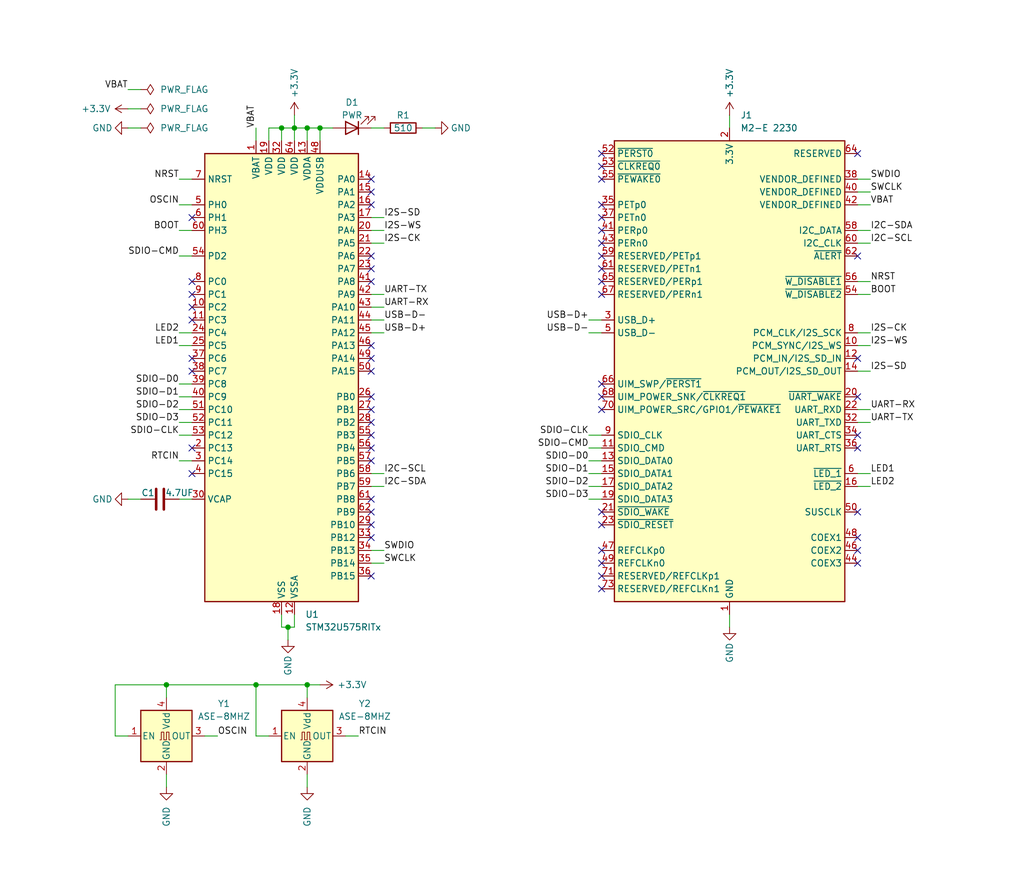
<source format=kicad_sch>
(kicad_sch
	(version 20250114)
	(generator "eeschema")
	(generator_version "9.0")
	(uuid "cb1872ff-35d2-4680-8bea-18f7639ba6bb")
	(paper "User" 203.2 177.8)
	(lib_symbols
		(symbol "Connector:Bus_M.2_Socket_E"
			(exclude_from_sim no)
			(in_bom yes)
			(on_board yes)
			(property "Reference" "J"
				(at -22.86 46.99 0)
				(effects
					(font
						(size 1.27 1.27)
					)
					(justify left)
				)
			)
			(property "Value" "Bus_M.2_Socket_E"
				(at 16.51 46.99 0)
				(effects
					(font
						(size 1.27 1.27)
					)
				)
			)
			(property "Footprint" ""
				(at 0 26.67 0)
				(effects
					(font
						(size 1.27 1.27)
					)
					(hide yes)
				)
			)
			(property "Datasheet" "https://web.archive.org/web/20200613074028/http://read.pudn.com/downloads794/doc/project/3133918/PCIe_M.2_Electromechanical_Spec_Rev1.0_Final_11012013_RS_Clean.pdf#page=150"
				(at 0 12.7 0)
				(effects
					(font
						(size 1.27 1.27)
					)
					(hide yes)
				)
			)
			(property "Description" "M.2 Socket 1-SD Mechanical Key E"
				(at 0 0 0)
				(effects
					(font
						(size 1.27 1.27)
					)
					(hide yes)
				)
			)
			(property "ki_keywords" "M2 NGNF PCI-E"
				(at 0 0 0)
				(effects
					(font
						(size 1.27 1.27)
					)
					(hide yes)
				)
			)
			(property "ki_fp_filters" "*M*2*E*"
				(at 0 0 0)
				(effects
					(font
						(size 1.27 1.27)
					)
					(hide yes)
				)
			)
			(symbol "Bus_M.2_Socket_E_0_1"
				(rectangle
					(start -22.86 45.72)
					(end 22.86 -45.72)
					(stroke
						(width 0.254)
						(type default)
					)
					(fill
						(type background)
					)
				)
			)
			(symbol "Bus_M.2_Socket_E_1_1"
				(pin output line
					(at -25.4 43.18 0)
					(length 2.54)
					(name "~{PERST0}"
						(effects
							(font
								(size 1.27 1.27)
							)
						)
					)
					(number "52"
						(effects
							(font
								(size 1.27 1.27)
							)
						)
					)
				)
				(pin bidirectional line
					(at -25.4 40.64 0)
					(length 2.54)
					(name "~{CLKREQ0}"
						(effects
							(font
								(size 1.27 1.27)
							)
						)
					)
					(number "53"
						(effects
							(font
								(size 1.27 1.27)
							)
						)
					)
				)
				(pin bidirectional line
					(at -25.4 38.1 0)
					(length 2.54)
					(name "~{PEWAKE0}"
						(effects
							(font
								(size 1.27 1.27)
							)
						)
					)
					(number "55"
						(effects
							(font
								(size 1.27 1.27)
							)
						)
					)
				)
				(pin output line
					(at -25.4 33.02 0)
					(length 2.54)
					(name "PETp0"
						(effects
							(font
								(size 1.27 1.27)
							)
						)
					)
					(number "35"
						(effects
							(font
								(size 1.27 1.27)
							)
						)
					)
				)
				(pin output line
					(at -25.4 30.48 0)
					(length 2.54)
					(name "PETn0"
						(effects
							(font
								(size 1.27 1.27)
							)
						)
					)
					(number "37"
						(effects
							(font
								(size 1.27 1.27)
							)
						)
					)
				)
				(pin input line
					(at -25.4 27.94 0)
					(length 2.54)
					(name "PERp0"
						(effects
							(font
								(size 1.27 1.27)
							)
						)
					)
					(number "41"
						(effects
							(font
								(size 1.27 1.27)
							)
						)
					)
				)
				(pin input line
					(at -25.4 25.4 0)
					(length 2.54)
					(name "PERn0"
						(effects
							(font
								(size 1.27 1.27)
							)
						)
					)
					(number "43"
						(effects
							(font
								(size 1.27 1.27)
							)
						)
					)
				)
				(pin output line
					(at -25.4 22.86 0)
					(length 2.54)
					(name "RESERVED/PETp1"
						(effects
							(font
								(size 1.27 1.27)
							)
						)
					)
					(number "59"
						(effects
							(font
								(size 1.27 1.27)
							)
						)
					)
				)
				(pin output line
					(at -25.4 20.32 0)
					(length 2.54)
					(name "RESERVED/PETn1"
						(effects
							(font
								(size 1.27 1.27)
							)
						)
					)
					(number "61"
						(effects
							(font
								(size 1.27 1.27)
							)
						)
					)
				)
				(pin input line
					(at -25.4 17.78 0)
					(length 2.54)
					(name "RESERVED/PERp1"
						(effects
							(font
								(size 1.27 1.27)
							)
						)
					)
					(number "65"
						(effects
							(font
								(size 1.27 1.27)
							)
						)
					)
				)
				(pin input line
					(at -25.4 15.24 0)
					(length 2.54)
					(name "RESERVED/PERn1"
						(effects
							(font
								(size 1.27 1.27)
							)
						)
					)
					(number "67"
						(effects
							(font
								(size 1.27 1.27)
							)
						)
					)
				)
				(pin bidirectional line
					(at -25.4 10.16 0)
					(length 2.54)
					(name "USB_D+"
						(effects
							(font
								(size 1.27 1.27)
							)
						)
					)
					(number "3"
						(effects
							(font
								(size 1.27 1.27)
							)
						)
					)
				)
				(pin bidirectional line
					(at -25.4 7.62 0)
					(length 2.54)
					(name "USB_D-"
						(effects
							(font
								(size 1.27 1.27)
							)
						)
					)
					(number "5"
						(effects
							(font
								(size 1.27 1.27)
							)
						)
					)
				)
				(pin output line
					(at -25.4 -2.54 0)
					(length 2.54)
					(name "UIM_SWP/~{PERST1}"
						(effects
							(font
								(size 1.27 1.27)
							)
						)
					)
					(number "66"
						(effects
							(font
								(size 1.27 1.27)
							)
						)
					)
				)
				(pin bidirectional line
					(at -25.4 -5.08 0)
					(length 2.54)
					(name "UIM_POWER_SNK/~{CLKREQ1}"
						(effects
							(font
								(size 1.27 1.27)
							)
						)
					)
					(number "68"
						(effects
							(font
								(size 1.27 1.27)
							)
						)
					)
				)
				(pin bidirectional line
					(at -25.4 -7.62 0)
					(length 2.54)
					(name "UIM_POWER_SRC/GPIO1/~{PEWAKE1}"
						(effects
							(font
								(size 1.27 1.27)
							)
						)
					)
					(number "70"
						(effects
							(font
								(size 1.27 1.27)
							)
						)
					)
				)
				(pin output line
					(at -25.4 -12.7 0)
					(length 2.54)
					(name "SDIO_CLK"
						(effects
							(font
								(size 1.27 1.27)
							)
						)
					)
					(number "9"
						(effects
							(font
								(size 1.27 1.27)
							)
						)
					)
				)
				(pin bidirectional line
					(at -25.4 -15.24 0)
					(length 2.54)
					(name "SDIO_CMD"
						(effects
							(font
								(size 1.27 1.27)
							)
						)
					)
					(number "11"
						(effects
							(font
								(size 1.27 1.27)
							)
						)
					)
				)
				(pin bidirectional line
					(at -25.4 -17.78 0)
					(length 2.54)
					(name "SDIO_DATA0"
						(effects
							(font
								(size 1.27 1.27)
							)
						)
					)
					(number "13"
						(effects
							(font
								(size 1.27 1.27)
							)
						)
					)
				)
				(pin bidirectional line
					(at -25.4 -20.32 0)
					(length 2.54)
					(name "SDIO_DATA1"
						(effects
							(font
								(size 1.27 1.27)
							)
						)
					)
					(number "15"
						(effects
							(font
								(size 1.27 1.27)
							)
						)
					)
				)
				(pin bidirectional line
					(at -25.4 -22.86 0)
					(length 2.54)
					(name "SDIO_DATA2"
						(effects
							(font
								(size 1.27 1.27)
							)
						)
					)
					(number "17"
						(effects
							(font
								(size 1.27 1.27)
							)
						)
					)
				)
				(pin bidirectional line
					(at -25.4 -25.4 0)
					(length 2.54)
					(name "SDIO_DATA3"
						(effects
							(font
								(size 1.27 1.27)
							)
						)
					)
					(number "19"
						(effects
							(font
								(size 1.27 1.27)
							)
						)
					)
				)
				(pin input line
					(at -25.4 -27.94 0)
					(length 2.54)
					(name "~{SDIO_WAKE}"
						(effects
							(font
								(size 1.27 1.27)
							)
						)
					)
					(number "21"
						(effects
							(font
								(size 1.27 1.27)
							)
						)
					)
				)
				(pin output line
					(at -25.4 -30.48 0)
					(length 2.54)
					(name "~{SDIO_RESET}"
						(effects
							(font
								(size 1.27 1.27)
							)
						)
					)
					(number "23"
						(effects
							(font
								(size 1.27 1.27)
							)
						)
					)
				)
				(pin output line
					(at -25.4 -35.56 0)
					(length 2.54)
					(name "REFCLKp0"
						(effects
							(font
								(size 1.27 1.27)
							)
						)
					)
					(number "47"
						(effects
							(font
								(size 1.27 1.27)
							)
						)
					)
				)
				(pin output line
					(at -25.4 -38.1 0)
					(length 2.54)
					(name "REFCLKn0"
						(effects
							(font
								(size 1.27 1.27)
							)
						)
					)
					(number "49"
						(effects
							(font
								(size 1.27 1.27)
							)
						)
					)
				)
				(pin output line
					(at -25.4 -40.64 0)
					(length 2.54)
					(name "RESERVED/REFCLKp1"
						(effects
							(font
								(size 1.27 1.27)
							)
						)
					)
					(number "71"
						(effects
							(font
								(size 1.27 1.27)
							)
						)
					)
				)
				(pin output line
					(at -25.4 -43.18 0)
					(length 2.54)
					(name "RESERVED/REFCLKn1"
						(effects
							(font
								(size 1.27 1.27)
							)
						)
					)
					(number "73"
						(effects
							(font
								(size 1.27 1.27)
							)
						)
					)
				)
				(pin power_in line
					(at 0 48.26 270)
					(length 2.54)
					(name "3.3V"
						(effects
							(font
								(size 1.27 1.27)
							)
						)
					)
					(number "2"
						(effects
							(font
								(size 1.27 1.27)
							)
						)
					)
				)
				(pin passive line
					(at 0 48.26 270)
					(length 2.54)
					(hide yes)
					(name "3.3V"
						(effects
							(font
								(size 1.27 1.27)
							)
						)
					)
					(number "4"
						(effects
							(font
								(size 1.27 1.27)
							)
						)
					)
				)
				(pin passive line
					(at 0 48.26 270)
					(length 2.54)
					(hide yes)
					(name "3.3V"
						(effects
							(font
								(size 1.27 1.27)
							)
						)
					)
					(number "72"
						(effects
							(font
								(size 1.27 1.27)
							)
						)
					)
				)
				(pin passive line
					(at 0 48.26 270)
					(length 2.54)
					(hide yes)
					(name "3.3V"
						(effects
							(font
								(size 1.27 1.27)
							)
						)
					)
					(number "74"
						(effects
							(font
								(size 1.27 1.27)
							)
						)
					)
				)
				(pin power_in line
					(at 0 -48.26 90)
					(length 2.54)
					(name "GND"
						(effects
							(font
								(size 1.27 1.27)
							)
						)
					)
					(number "1"
						(effects
							(font
								(size 1.27 1.27)
							)
						)
					)
				)
				(pin passive line
					(at 0 -48.26 90)
					(length 2.54)
					(hide yes)
					(name "GND"
						(effects
							(font
								(size 1.27 1.27)
							)
						)
					)
					(number "18"
						(effects
							(font
								(size 1.27 1.27)
							)
						)
					)
				)
				(pin passive line
					(at 0 -48.26 90)
					(length 2.54)
					(hide yes)
					(name "GND"
						(effects
							(font
								(size 1.27 1.27)
							)
						)
					)
					(number "33"
						(effects
							(font
								(size 1.27 1.27)
							)
						)
					)
				)
				(pin passive line
					(at 0 -48.26 90)
					(length 2.54)
					(hide yes)
					(name "GND"
						(effects
							(font
								(size 1.27 1.27)
							)
						)
					)
					(number "39"
						(effects
							(font
								(size 1.27 1.27)
							)
						)
					)
				)
				(pin passive line
					(at 0 -48.26 90)
					(length 2.54)
					(hide yes)
					(name "GND"
						(effects
							(font
								(size 1.27 1.27)
							)
						)
					)
					(number "45"
						(effects
							(font
								(size 1.27 1.27)
							)
						)
					)
				)
				(pin passive line
					(at 0 -48.26 90)
					(length 2.54)
					(hide yes)
					(name "GND"
						(effects
							(font
								(size 1.27 1.27)
							)
						)
					)
					(number "51"
						(effects
							(font
								(size 1.27 1.27)
							)
						)
					)
				)
				(pin passive line
					(at 0 -48.26 90)
					(length 2.54)
					(hide yes)
					(name "GND"
						(effects
							(font
								(size 1.27 1.27)
							)
						)
					)
					(number "57"
						(effects
							(font
								(size 1.27 1.27)
							)
						)
					)
				)
				(pin passive line
					(at 0 -48.26 90)
					(length 2.54)
					(hide yes)
					(name "GND"
						(effects
							(font
								(size 1.27 1.27)
							)
						)
					)
					(number "63"
						(effects
							(font
								(size 1.27 1.27)
							)
						)
					)
				)
				(pin passive line
					(at 0 -48.26 90)
					(length 2.54)
					(hide yes)
					(name "GND"
						(effects
							(font
								(size 1.27 1.27)
							)
						)
					)
					(number "69"
						(effects
							(font
								(size 1.27 1.27)
							)
						)
					)
				)
				(pin passive line
					(at 0 -48.26 90)
					(length 2.54)
					(hide yes)
					(name "GND"
						(effects
							(font
								(size 1.27 1.27)
							)
						)
					)
					(number "7"
						(effects
							(font
								(size 1.27 1.27)
							)
						)
					)
				)
				(pin passive line
					(at 0 -48.26 90)
					(length 2.54)
					(hide yes)
					(name "GND"
						(effects
							(font
								(size 1.27 1.27)
							)
						)
					)
					(number "75"
						(effects
							(font
								(size 1.27 1.27)
							)
						)
					)
				)
				(pin passive line
					(at 25.4 43.18 180)
					(length 2.54)
					(name "RESERVED"
						(effects
							(font
								(size 1.27 1.27)
							)
						)
					)
					(number "64"
						(effects
							(font
								(size 1.27 1.27)
							)
						)
					)
				)
				(pin passive line
					(at 25.4 38.1 180)
					(length 2.54)
					(name "VENDOR_DEFINED"
						(effects
							(font
								(size 1.27 1.27)
							)
						)
					)
					(number "38"
						(effects
							(font
								(size 1.27 1.27)
							)
						)
					)
				)
				(pin passive line
					(at 25.4 35.56 180)
					(length 2.54)
					(name "VENDOR_DEFINED"
						(effects
							(font
								(size 1.27 1.27)
							)
						)
					)
					(number "40"
						(effects
							(font
								(size 1.27 1.27)
							)
						)
					)
				)
				(pin passive line
					(at 25.4 33.02 180)
					(length 2.54)
					(name "VENDOR_DEFINED"
						(effects
							(font
								(size 1.27 1.27)
							)
						)
					)
					(number "42"
						(effects
							(font
								(size 1.27 1.27)
							)
						)
					)
				)
				(pin bidirectional line
					(at 25.4 27.94 180)
					(length 2.54)
					(name "I2C_DATA"
						(effects
							(font
								(size 1.27 1.27)
							)
						)
					)
					(number "58"
						(effects
							(font
								(size 1.27 1.27)
							)
						)
					)
				)
				(pin output line
					(at 25.4 25.4 180)
					(length 2.54)
					(name "I2C_CLK"
						(effects
							(font
								(size 1.27 1.27)
							)
						)
					)
					(number "60"
						(effects
							(font
								(size 1.27 1.27)
							)
						)
					)
				)
				(pin input line
					(at 25.4 22.86 180)
					(length 2.54)
					(name "~{ALERT}"
						(effects
							(font
								(size 1.27 1.27)
							)
						)
					)
					(number "62"
						(effects
							(font
								(size 1.27 1.27)
							)
						)
					)
				)
				(pin output line
					(at 25.4 17.78 180)
					(length 2.54)
					(name "~{W_DISABLE1}"
						(effects
							(font
								(size 1.27 1.27)
							)
						)
					)
					(number "56"
						(effects
							(font
								(size 1.27 1.27)
							)
						)
					)
				)
				(pin output line
					(at 25.4 15.24 180)
					(length 2.54)
					(name "~{W_DISABLE2}"
						(effects
							(font
								(size 1.27 1.27)
							)
						)
					)
					(number "54"
						(effects
							(font
								(size 1.27 1.27)
							)
						)
					)
				)
				(pin bidirectional line
					(at 25.4 7.62 180)
					(length 2.54)
					(name "PCM_CLK/I2S_SCK"
						(effects
							(font
								(size 1.27 1.27)
							)
						)
					)
					(number "8"
						(effects
							(font
								(size 1.27 1.27)
							)
						)
					)
				)
				(pin bidirectional line
					(at 25.4 5.08 180)
					(length 2.54)
					(name "PCM_SYNC/I2S_WS"
						(effects
							(font
								(size 1.27 1.27)
							)
						)
					)
					(number "10"
						(effects
							(font
								(size 1.27 1.27)
							)
						)
					)
				)
				(pin input line
					(at 25.4 2.54 180)
					(length 2.54)
					(name "PCM_IN/I2S_SD_IN"
						(effects
							(font
								(size 1.27 1.27)
							)
						)
					)
					(number "12"
						(effects
							(font
								(size 1.27 1.27)
							)
						)
					)
				)
				(pin output line
					(at 25.4 0 180)
					(length 2.54)
					(name "PCM_OUT/I2S_SD_OUT"
						(effects
							(font
								(size 1.27 1.27)
							)
						)
					)
					(number "14"
						(effects
							(font
								(size 1.27 1.27)
							)
						)
					)
				)
				(pin input line
					(at 25.4 -5.08 180)
					(length 2.54)
					(name "~{UART_WAKE}"
						(effects
							(font
								(size 1.27 1.27)
							)
						)
					)
					(number "20"
						(effects
							(font
								(size 1.27 1.27)
							)
						)
					)
				)
				(pin input line
					(at 25.4 -7.62 180)
					(length 2.54)
					(name "UART_RXD"
						(effects
							(font
								(size 1.27 1.27)
							)
						)
					)
					(number "22"
						(effects
							(font
								(size 1.27 1.27)
							)
						)
					)
				)
				(pin output line
					(at 25.4 -10.16 180)
					(length 2.54)
					(name "UART_TXD"
						(effects
							(font
								(size 1.27 1.27)
							)
						)
					)
					(number "32"
						(effects
							(font
								(size 1.27 1.27)
							)
						)
					)
				)
				(pin input line
					(at 25.4 -12.7 180)
					(length 2.54)
					(name "UART_CTS"
						(effects
							(font
								(size 1.27 1.27)
							)
						)
					)
					(number "34"
						(effects
							(font
								(size 1.27 1.27)
							)
						)
					)
				)
				(pin output line
					(at 25.4 -15.24 180)
					(length 2.54)
					(name "UART_RTS"
						(effects
							(font
								(size 1.27 1.27)
							)
						)
					)
					(number "36"
						(effects
							(font
								(size 1.27 1.27)
							)
						)
					)
				)
				(pin open_collector line
					(at 25.4 -20.32 180)
					(length 2.54)
					(name "~{LED_1}"
						(effects
							(font
								(size 1.27 1.27)
							)
						)
					)
					(number "6"
						(effects
							(font
								(size 1.27 1.27)
							)
						)
					)
				)
				(pin open_collector line
					(at 25.4 -22.86 180)
					(length 2.54)
					(name "~{LED_2}"
						(effects
							(font
								(size 1.27 1.27)
							)
						)
					)
					(number "16"
						(effects
							(font
								(size 1.27 1.27)
							)
						)
					)
				)
				(pin output line
					(at 25.4 -27.94 180)
					(length 2.54)
					(name "SUSCLK"
						(effects
							(font
								(size 1.27 1.27)
							)
						)
					)
					(number "50"
						(effects
							(font
								(size 1.27 1.27)
							)
						)
					)
				)
				(pin bidirectional line
					(at 25.4 -33.02 180)
					(length 2.54)
					(name "COEX1"
						(effects
							(font
								(size 1.27 1.27)
							)
						)
					)
					(number "48"
						(effects
							(font
								(size 1.27 1.27)
							)
						)
					)
				)
				(pin bidirectional line
					(at 25.4 -35.56 180)
					(length 2.54)
					(name "COEX2"
						(effects
							(font
								(size 1.27 1.27)
							)
						)
					)
					(number "46"
						(effects
							(font
								(size 1.27 1.27)
							)
						)
					)
				)
				(pin bidirectional line
					(at 25.4 -38.1 180)
					(length 2.54)
					(name "COEX3"
						(effects
							(font
								(size 1.27 1.27)
							)
						)
					)
					(number "44"
						(effects
							(font
								(size 1.27 1.27)
							)
						)
					)
				)
			)
			(embedded_fonts no)
		)
		(symbol "Device:C"
			(pin_numbers
				(hide yes)
			)
			(pin_names
				(offset 0.254)
			)
			(exclude_from_sim no)
			(in_bom yes)
			(on_board yes)
			(property "Reference" "C"
				(at 0.635 2.54 0)
				(effects
					(font
						(size 1.27 1.27)
					)
					(justify left)
				)
			)
			(property "Value" "C"
				(at 0.635 -2.54 0)
				(effects
					(font
						(size 1.27 1.27)
					)
					(justify left)
				)
			)
			(property "Footprint" ""
				(at 0.9652 -3.81 0)
				(effects
					(font
						(size 1.27 1.27)
					)
					(hide yes)
				)
			)
			(property "Datasheet" "~"
				(at 0 0 0)
				(effects
					(font
						(size 1.27 1.27)
					)
					(hide yes)
				)
			)
			(property "Description" "Unpolarized capacitor"
				(at 0 0 0)
				(effects
					(font
						(size 1.27 1.27)
					)
					(hide yes)
				)
			)
			(property "ki_keywords" "cap capacitor"
				(at 0 0 0)
				(effects
					(font
						(size 1.27 1.27)
					)
					(hide yes)
				)
			)
			(property "ki_fp_filters" "C_*"
				(at 0 0 0)
				(effects
					(font
						(size 1.27 1.27)
					)
					(hide yes)
				)
			)
			(symbol "C_0_1"
				(polyline
					(pts
						(xy -2.032 0.762) (xy 2.032 0.762)
					)
					(stroke
						(width 0.508)
						(type default)
					)
					(fill
						(type none)
					)
				)
				(polyline
					(pts
						(xy -2.032 -0.762) (xy 2.032 -0.762)
					)
					(stroke
						(width 0.508)
						(type default)
					)
					(fill
						(type none)
					)
				)
			)
			(symbol "C_1_1"
				(pin passive line
					(at 0 3.81 270)
					(length 2.794)
					(name "~"
						(effects
							(font
								(size 1.27 1.27)
							)
						)
					)
					(number "1"
						(effects
							(font
								(size 1.27 1.27)
							)
						)
					)
				)
				(pin passive line
					(at 0 -3.81 90)
					(length 2.794)
					(name "~"
						(effects
							(font
								(size 1.27 1.27)
							)
						)
					)
					(number "2"
						(effects
							(font
								(size 1.27 1.27)
							)
						)
					)
				)
			)
			(embedded_fonts no)
		)
		(symbol "Device:LED"
			(pin_numbers
				(hide yes)
			)
			(pin_names
				(offset 1.016)
				(hide yes)
			)
			(exclude_from_sim no)
			(in_bom yes)
			(on_board yes)
			(property "Reference" "D"
				(at 0 2.54 0)
				(effects
					(font
						(size 1.27 1.27)
					)
				)
			)
			(property "Value" "LED"
				(at 0 -2.54 0)
				(effects
					(font
						(size 1.27 1.27)
					)
				)
			)
			(property "Footprint" ""
				(at 0 0 0)
				(effects
					(font
						(size 1.27 1.27)
					)
					(hide yes)
				)
			)
			(property "Datasheet" "~"
				(at 0 0 0)
				(effects
					(font
						(size 1.27 1.27)
					)
					(hide yes)
				)
			)
			(property "Description" "Light emitting diode"
				(at 0 0 0)
				(effects
					(font
						(size 1.27 1.27)
					)
					(hide yes)
				)
			)
			(property "Sim.Pins" "1=K 2=A"
				(at 0 0 0)
				(effects
					(font
						(size 1.27 1.27)
					)
					(hide yes)
				)
			)
			(property "ki_keywords" "LED diode"
				(at 0 0 0)
				(effects
					(font
						(size 1.27 1.27)
					)
					(hide yes)
				)
			)
			(property "ki_fp_filters" "LED* LED_SMD:* LED_THT:*"
				(at 0 0 0)
				(effects
					(font
						(size 1.27 1.27)
					)
					(hide yes)
				)
			)
			(symbol "LED_0_1"
				(polyline
					(pts
						(xy -3.048 -0.762) (xy -4.572 -2.286) (xy -3.81 -2.286) (xy -4.572 -2.286) (xy -4.572 -1.524)
					)
					(stroke
						(width 0)
						(type default)
					)
					(fill
						(type none)
					)
				)
				(polyline
					(pts
						(xy -1.778 -0.762) (xy -3.302 -2.286) (xy -2.54 -2.286) (xy -3.302 -2.286) (xy -3.302 -1.524)
					)
					(stroke
						(width 0)
						(type default)
					)
					(fill
						(type none)
					)
				)
				(polyline
					(pts
						(xy -1.27 0) (xy 1.27 0)
					)
					(stroke
						(width 0)
						(type default)
					)
					(fill
						(type none)
					)
				)
				(polyline
					(pts
						(xy -1.27 -1.27) (xy -1.27 1.27)
					)
					(stroke
						(width 0.254)
						(type default)
					)
					(fill
						(type none)
					)
				)
				(polyline
					(pts
						(xy 1.27 -1.27) (xy 1.27 1.27) (xy -1.27 0) (xy 1.27 -1.27)
					)
					(stroke
						(width 0.254)
						(type default)
					)
					(fill
						(type none)
					)
				)
			)
			(symbol "LED_1_1"
				(pin passive line
					(at -3.81 0 0)
					(length 2.54)
					(name "K"
						(effects
							(font
								(size 1.27 1.27)
							)
						)
					)
					(number "1"
						(effects
							(font
								(size 1.27 1.27)
							)
						)
					)
				)
				(pin passive line
					(at 3.81 0 180)
					(length 2.54)
					(name "A"
						(effects
							(font
								(size 1.27 1.27)
							)
						)
					)
					(number "2"
						(effects
							(font
								(size 1.27 1.27)
							)
						)
					)
				)
			)
			(embedded_fonts no)
		)
		(symbol "Device:R"
			(pin_numbers
				(hide yes)
			)
			(pin_names
				(offset 0)
			)
			(exclude_from_sim no)
			(in_bom yes)
			(on_board yes)
			(property "Reference" "R"
				(at 2.032 0 90)
				(effects
					(font
						(size 1.27 1.27)
					)
				)
			)
			(property "Value" "R"
				(at 0 0 90)
				(effects
					(font
						(size 1.27 1.27)
					)
				)
			)
			(property "Footprint" ""
				(at -1.778 0 90)
				(effects
					(font
						(size 1.27 1.27)
					)
					(hide yes)
				)
			)
			(property "Datasheet" "~"
				(at 0 0 0)
				(effects
					(font
						(size 1.27 1.27)
					)
					(hide yes)
				)
			)
			(property "Description" "Resistor"
				(at 0 0 0)
				(effects
					(font
						(size 1.27 1.27)
					)
					(hide yes)
				)
			)
			(property "ki_keywords" "R res resistor"
				(at 0 0 0)
				(effects
					(font
						(size 1.27 1.27)
					)
					(hide yes)
				)
			)
			(property "ki_fp_filters" "R_*"
				(at 0 0 0)
				(effects
					(font
						(size 1.27 1.27)
					)
					(hide yes)
				)
			)
			(symbol "R_0_1"
				(rectangle
					(start -1.016 -2.54)
					(end 1.016 2.54)
					(stroke
						(width 0.254)
						(type default)
					)
					(fill
						(type none)
					)
				)
			)
			(symbol "R_1_1"
				(pin passive line
					(at 0 3.81 270)
					(length 1.27)
					(name "~"
						(effects
							(font
								(size 1.27 1.27)
							)
						)
					)
					(number "1"
						(effects
							(font
								(size 1.27 1.27)
							)
						)
					)
				)
				(pin passive line
					(at 0 -3.81 90)
					(length 1.27)
					(name "~"
						(effects
							(font
								(size 1.27 1.27)
							)
						)
					)
					(number "2"
						(effects
							(font
								(size 1.27 1.27)
							)
						)
					)
				)
			)
			(embedded_fonts no)
		)
		(symbol "MCU_ST_STM32U5:STM32U575RITx"
			(exclude_from_sim no)
			(in_bom yes)
			(on_board yes)
			(property "Reference" "U"
				(at -15.24 46.99 0)
				(effects
					(font
						(size 1.27 1.27)
					)
					(justify left)
				)
			)
			(property "Value" "STM32U575RITx"
				(at 10.16 46.99 0)
				(effects
					(font
						(size 1.27 1.27)
					)
					(justify left)
				)
			)
			(property "Footprint" "Package_QFP:LQFP-64_10x10mm_P0.5mm"
				(at -15.24 -43.18 0)
				(effects
					(font
						(size 1.27 1.27)
					)
					(justify right)
					(hide yes)
				)
			)
			(property "Datasheet" "https://www.st.com/resource/en/datasheet/stm32u575ri.pdf"
				(at 0 0 0)
				(effects
					(font
						(size 1.27 1.27)
					)
					(hide yes)
				)
			)
			(property "Description" "STMicroelectronics Arm Cortex-M33 MCU, 2048KB flash, 786KB RAM, 160 MHz, 1.71-3.6V, 51 GPIO, LQFP64"
				(at 0 0 0)
				(effects
					(font
						(size 1.27 1.27)
					)
					(hide yes)
				)
			)
			(property "ki_keywords" "Arm Cortex-M33 STM32U5 STM32U575/585"
				(at 0 0 0)
				(effects
					(font
						(size 1.27 1.27)
					)
					(hide yes)
				)
			)
			(property "ki_fp_filters" "LQFP*10x10mm*P0.5mm*"
				(at 0 0 0)
				(effects
					(font
						(size 1.27 1.27)
					)
					(hide yes)
				)
			)
			(symbol "STM32U575RITx_0_1"
				(rectangle
					(start -15.24 -43.18)
					(end 15.24 45.72)
					(stroke
						(width 0.254)
						(type default)
					)
					(fill
						(type background)
					)
				)
			)
			(symbol "STM32U575RITx_1_1"
				(pin input line
					(at -17.78 40.64 0)
					(length 2.54)
					(name "NRST"
						(effects
							(font
								(size 1.27 1.27)
							)
						)
					)
					(number "7"
						(effects
							(font
								(size 1.27 1.27)
							)
						)
					)
				)
				(pin bidirectional line
					(at -17.78 35.56 0)
					(length 2.54)
					(name "PH0"
						(effects
							(font
								(size 1.27 1.27)
							)
						)
					)
					(number "5"
						(effects
							(font
								(size 1.27 1.27)
							)
						)
					)
					(alternate "RCC_OSC_IN" bidirectional line)
				)
				(pin bidirectional line
					(at -17.78 33.02 0)
					(length 2.54)
					(name "PH1"
						(effects
							(font
								(size 1.27 1.27)
							)
						)
					)
					(number "6"
						(effects
							(font
								(size 1.27 1.27)
							)
						)
					)
					(alternate "RCC_OSC_OUT" bidirectional line)
				)
				(pin bidirectional line
					(at -17.78 30.48 0)
					(length 2.54)
					(name "PH3"
						(effects
							(font
								(size 1.27 1.27)
							)
						)
					)
					(number "60"
						(effects
							(font
								(size 1.27 1.27)
							)
						)
					)
				)
				(pin bidirectional line
					(at -17.78 25.4 0)
					(length 2.54)
					(name "PD2"
						(effects
							(font
								(size 1.27 1.27)
							)
						)
					)
					(number "54"
						(effects
							(font
								(size 1.27 1.27)
							)
						)
					)
					(alternate "DCMI_D11" bidirectional line)
					(alternate "DEBUG_TRACED2" bidirectional line)
					(alternate "LPTIM4_ETR" bidirectional line)
					(alternate "PSSI_D11" bidirectional line)
					(alternate "SDMMC1_CMD" bidirectional line)
					(alternate "TIM3_ETR" bidirectional line)
					(alternate "TSC_SYNC" bidirectional line)
					(alternate "UART5_RX" bidirectional line)
					(alternate "USART3_DE" bidirectional line)
					(alternate "USART3_RTS" bidirectional line)
				)
				(pin bidirectional line
					(at -17.78 20.32 0)
					(length 2.54)
					(name "PC0"
						(effects
							(font
								(size 1.27 1.27)
							)
						)
					)
					(number "8"
						(effects
							(font
								(size 1.27 1.27)
							)
						)
					)
					(alternate "ADC1_IN1" bidirectional line)
					(alternate "ADC4_IN1" bidirectional line)
					(alternate "I2C3_SCL" bidirectional line)
					(alternate "LPTIM1_IN1" bidirectional line)
					(alternate "LPTIM2_IN1" bidirectional line)
					(alternate "LPUART1_RX" bidirectional line)
					(alternate "MDF1_SDI4" bidirectional line)
					(alternate "OCTOSPIM_P1_IO7" bidirectional line)
					(alternate "SDMMC1_D5" bidirectional line)
					(alternate "SPI2_RDY" bidirectional line)
				)
				(pin bidirectional line
					(at -17.78 17.78 0)
					(length 2.54)
					(name "PC1"
						(effects
							(font
								(size 1.27 1.27)
							)
						)
					)
					(number "9"
						(effects
							(font
								(size 1.27 1.27)
							)
						)
					)
					(alternate "ADC1_IN2" bidirectional line)
					(alternate "ADC4_IN2" bidirectional line)
					(alternate "DEBUG_TRACED0" bidirectional line)
					(alternate "I2C3_SDA" bidirectional line)
					(alternate "LPTIM1_CH1" bidirectional line)
					(alternate "LPUART1_TX" bidirectional line)
					(alternate "MDF1_CKI4" bidirectional line)
					(alternate "OCTOSPIM_P1_IO4" bidirectional line)
					(alternate "SAI1_SD_A" bidirectional line)
					(alternate "SDMMC2_CK" bidirectional line)
					(alternate "SPI2_MOSI" bidirectional line)
				)
				(pin bidirectional line
					(at -17.78 15.24 0)
					(length 2.54)
					(name "PC2"
						(effects
							(font
								(size 1.27 1.27)
							)
						)
					)
					(number "10"
						(effects
							(font
								(size 1.27 1.27)
							)
						)
					)
					(alternate "ADC1_IN3" bidirectional line)
					(alternate "ADC4_IN3" bidirectional line)
					(alternate "LPTIM1_IN2" bidirectional line)
					(alternate "MDF1_CCK1" bidirectional line)
					(alternate "OCTOSPIM_P1_IO5" bidirectional line)
					(alternate "SPI2_MISO" bidirectional line)
				)
				(pin bidirectional line
					(at -17.78 12.7 0)
					(length 2.54)
					(name "PC3"
						(effects
							(font
								(size 1.27 1.27)
							)
						)
					)
					(number "11"
						(effects
							(font
								(size 1.27 1.27)
							)
						)
					)
					(alternate "ADC1_IN4" bidirectional line)
					(alternate "ADC4_IN4" bidirectional line)
					(alternate "LPTIM1_ETR" bidirectional line)
					(alternate "LPTIM2_ETR" bidirectional line)
					(alternate "LPTIM3_CH1" bidirectional line)
					(alternate "OCTOSPIM_P1_IO6" bidirectional line)
					(alternate "SAI1_D1" bidirectional line)
					(alternate "SAI1_SD_A" bidirectional line)
					(alternate "SPI2_MOSI" bidirectional line)
				)
				(pin bidirectional line
					(at -17.78 10.16 0)
					(length 2.54)
					(name "PC4"
						(effects
							(font
								(size 1.27 1.27)
							)
						)
					)
					(number "24"
						(effects
							(font
								(size 1.27 1.27)
							)
						)
					)
					(alternate "ADC1_IN13" bidirectional line)
					(alternate "ADC4_IN22" bidirectional line)
					(alternate "COMP1_INM" bidirectional line)
					(alternate "OCTOSPIM_P1_IO7" bidirectional line)
					(alternate "USART3_TX" bidirectional line)
				)
				(pin bidirectional line
					(at -17.78 7.62 0)
					(length 2.54)
					(name "PC5"
						(effects
							(font
								(size 1.27 1.27)
							)
						)
					)
					(number "25"
						(effects
							(font
								(size 1.27 1.27)
							)
						)
					)
					(alternate "ADC1_IN14" bidirectional line)
					(alternate "ADC4_IN23" bidirectional line)
					(alternate "COMP1_INP" bidirectional line)
					(alternate "PSSI_D15" bidirectional line)
					(alternate "PWR_WKUP5" bidirectional line)
					(alternate "SAI1_D3" bidirectional line)
					(alternate "TAMP_IN4" bidirectional line)
					(alternate "TAMP_OUT5" bidirectional line)
					(alternate "TIM1_CH4N" bidirectional line)
					(alternate "USART3_RX" bidirectional line)
				)
				(pin bidirectional line
					(at -17.78 5.08 0)
					(length 2.54)
					(name "PC6"
						(effects
							(font
								(size 1.27 1.27)
							)
						)
					)
					(number "37"
						(effects
							(font
								(size 1.27 1.27)
							)
						)
					)
					(alternate "DCMI_D0" bidirectional line)
					(alternate "MDF1_CKI3" bidirectional line)
					(alternate "PSSI_D0" bidirectional line)
					(alternate "PWR_CSLEEP" bidirectional line)
					(alternate "SDMMC1_D0DIR" bidirectional line)
					(alternate "SDMMC1_D6" bidirectional line)
					(alternate "SDMMC2_D6" bidirectional line)
					(alternate "TIM3_CH1" bidirectional line)
					(alternate "TIM8_CH1" bidirectional line)
					(alternate "TSC_G4_IO1" bidirectional line)
				)
				(pin bidirectional line
					(at -17.78 2.54 0)
					(length 2.54)
					(name "PC7"
						(effects
							(font
								(size 1.27 1.27)
							)
						)
					)
					(number "38"
						(effects
							(font
								(size 1.27 1.27)
							)
						)
					)
					(alternate "DCMI_D1" bidirectional line)
					(alternate "LPTIM2_CH2" bidirectional line)
					(alternate "MDF1_SDI3" bidirectional line)
					(alternate "PSSI_D1" bidirectional line)
					(alternate "PWR_CDSTOP" bidirectional line)
					(alternate "SDMMC1_D123DIR" bidirectional line)
					(alternate "SDMMC1_D7" bidirectional line)
					(alternate "SDMMC2_D7" bidirectional line)
					(alternate "TIM3_CH2" bidirectional line)
					(alternate "TIM8_CH2" bidirectional line)
					(alternate "TSC_G4_IO2" bidirectional line)
				)
				(pin bidirectional line
					(at -17.78 0 0)
					(length 2.54)
					(name "PC8"
						(effects
							(font
								(size 1.27 1.27)
							)
						)
					)
					(number "39"
						(effects
							(font
								(size 1.27 1.27)
							)
						)
					)
					(alternate "DCMI_D2" bidirectional line)
					(alternate "LPTIM3_CH1" bidirectional line)
					(alternate "PSSI_D2" bidirectional line)
					(alternate "PWR_SRDSTOP" bidirectional line)
					(alternate "SDMMC1_D0" bidirectional line)
					(alternate "TIM3_CH3" bidirectional line)
					(alternate "TIM8_CH3" bidirectional line)
					(alternate "TSC_G4_IO3" bidirectional line)
				)
				(pin bidirectional line
					(at -17.78 -2.54 0)
					(length 2.54)
					(name "PC9"
						(effects
							(font
								(size 1.27 1.27)
							)
						)
					)
					(number "40"
						(effects
							(font
								(size 1.27 1.27)
							)
						)
					)
					(alternate "DAC1_EXTI9" bidirectional line)
					(alternate "DCMI_D3" bidirectional line)
					(alternate "DEBUG_TRACED0" bidirectional line)
					(alternate "LPTIM3_CH2" bidirectional line)
					(alternate "PSSI_D3" bidirectional line)
					(alternate "SDMMC1_D1" bidirectional line)
					(alternate "TIM3_CH4" bidirectional line)
					(alternate "TIM8_BKIN2" bidirectional line)
					(alternate "TIM8_CH4" bidirectional line)
					(alternate "TSC_G4_IO4" bidirectional line)
					(alternate "USB_OTG_FS_NOE" bidirectional line)
				)
				(pin bidirectional line
					(at -17.78 -5.08 0)
					(length 2.54)
					(name "PC10"
						(effects
							(font
								(size 1.27 1.27)
							)
						)
					)
					(number "51"
						(effects
							(font
								(size 1.27 1.27)
							)
						)
					)
					(alternate "ADF1_CCK1" bidirectional line)
					(alternate "DCMI_D8" bidirectional line)
					(alternate "DEBUG_TRACED1" bidirectional line)
					(alternate "LPTIM3_ETR" bidirectional line)
					(alternate "PSSI_D8" bidirectional line)
					(alternate "SDMMC1_D2" bidirectional line)
					(alternate "SPI3_SCK" bidirectional line)
					(alternate "TSC_G3_IO2" bidirectional line)
					(alternate "UART4_TX" bidirectional line)
					(alternate "USART3_TX" bidirectional line)
				)
				(pin bidirectional line
					(at -17.78 -7.62 0)
					(length 2.54)
					(name "PC11"
						(effects
							(font
								(size 1.27 1.27)
							)
						)
					)
					(number "52"
						(effects
							(font
								(size 1.27 1.27)
							)
						)
					)
					(alternate "ADC1_EXTI11" bidirectional line)
					(alternate "ADF1_SDI0" bidirectional line)
					(alternate "DCMI_D2" bidirectional line)
					(alternate "DCMI_D4" bidirectional line)
					(alternate "LPTIM3_IN1" bidirectional line)
					(alternate "OCTOSPIM_P1_NCS" bidirectional line)
					(alternate "PSSI_D2" bidirectional line)
					(alternate "PSSI_D4" bidirectional line)
					(alternate "SDMMC1_D3" bidirectional line)
					(alternate "SPI3_MISO" bidirectional line)
					(alternate "TSC_G3_IO3" bidirectional line)
					(alternate "UART4_RX" bidirectional line)
					(alternate "UCPD1_FRSTX2" bidirectional line)
					(alternate "USART3_RX" bidirectional line)
				)
				(pin bidirectional line
					(at -17.78 -10.16 0)
					(length 2.54)
					(name "PC12"
						(effects
							(font
								(size 1.27 1.27)
							)
						)
					)
					(number "53"
						(effects
							(font
								(size 1.27 1.27)
							)
						)
					)
					(alternate "DCMI_D9" bidirectional line)
					(alternate "DEBUG_TRACED3" bidirectional line)
					(alternate "PSSI_D9" bidirectional line)
					(alternate "SDMMC1_CK" bidirectional line)
					(alternate "SPI3_MOSI" bidirectional line)
					(alternate "TSC_G3_IO4" bidirectional line)
					(alternate "UART5_TX" bidirectional line)
					(alternate "USART3_CK" bidirectional line)
				)
				(pin bidirectional line
					(at -17.78 -12.7 0)
					(length 2.54)
					(name "PC13"
						(effects
							(font
								(size 1.27 1.27)
							)
						)
					)
					(number "2"
						(effects
							(font
								(size 1.27 1.27)
							)
						)
					)
					(alternate "PWR_WKUP2" bidirectional line)
					(alternate "RTC_OUT1" bidirectional line)
					(alternate "RTC_TS" bidirectional line)
					(alternate "TAMP_IN1" bidirectional line)
					(alternate "TAMP_OUT2" bidirectional line)
				)
				(pin bidirectional line
					(at -17.78 -15.24 0)
					(length 2.54)
					(name "PC14"
						(effects
							(font
								(size 1.27 1.27)
							)
						)
					)
					(number "3"
						(effects
							(font
								(size 1.27 1.27)
							)
						)
					)
					(alternate "RCC_OSC32_IN" bidirectional line)
				)
				(pin bidirectional line
					(at -17.78 -17.78 0)
					(length 2.54)
					(name "PC15"
						(effects
							(font
								(size 1.27 1.27)
							)
						)
					)
					(number "4"
						(effects
							(font
								(size 1.27 1.27)
							)
						)
					)
					(alternate "ADC1_EXTI15" bidirectional line)
					(alternate "ADC4_EXTI15" bidirectional line)
					(alternate "RCC_OSC32_OUT" bidirectional line)
				)
				(pin power_out line
					(at -17.78 -22.86 0)
					(length 2.54)
					(name "VCAP"
						(effects
							(font
								(size 1.27 1.27)
							)
						)
					)
					(number "30"
						(effects
							(font
								(size 1.27 1.27)
							)
						)
					)
				)
				(pin power_in line
					(at -5.08 48.26 270)
					(length 2.54)
					(name "VBAT"
						(effects
							(font
								(size 1.27 1.27)
							)
						)
					)
					(number "1"
						(effects
							(font
								(size 1.27 1.27)
							)
						)
					)
				)
				(pin power_in line
					(at -2.54 48.26 270)
					(length 2.54)
					(name "VDD"
						(effects
							(font
								(size 1.27 1.27)
							)
						)
					)
					(number "19"
						(effects
							(font
								(size 1.27 1.27)
							)
						)
					)
				)
				(pin power_in line
					(at 0 48.26 270)
					(length 2.54)
					(name "VDD"
						(effects
							(font
								(size 1.27 1.27)
							)
						)
					)
					(number "32"
						(effects
							(font
								(size 1.27 1.27)
							)
						)
					)
				)
				(pin power_in line
					(at 0 -45.72 90)
					(length 2.54)
					(name "VSS"
						(effects
							(font
								(size 1.27 1.27)
							)
						)
					)
					(number "18"
						(effects
							(font
								(size 1.27 1.27)
							)
						)
					)
				)
				(pin passive line
					(at 0 -45.72 90)
					(length 2.54)
					(hide yes)
					(name "VSS"
						(effects
							(font
								(size 1.27 1.27)
							)
						)
					)
					(number "31"
						(effects
							(font
								(size 1.27 1.27)
							)
						)
					)
				)
				(pin passive line
					(at 0 -45.72 90)
					(length 2.54)
					(hide yes)
					(name "VSS"
						(effects
							(font
								(size 1.27 1.27)
							)
						)
					)
					(number "47"
						(effects
							(font
								(size 1.27 1.27)
							)
						)
					)
				)
				(pin passive line
					(at 0 -45.72 90)
					(length 2.54)
					(hide yes)
					(name "VSS"
						(effects
							(font
								(size 1.27 1.27)
							)
						)
					)
					(number "63"
						(effects
							(font
								(size 1.27 1.27)
							)
						)
					)
				)
				(pin power_in line
					(at 2.54 48.26 270)
					(length 2.54)
					(name "VDD"
						(effects
							(font
								(size 1.27 1.27)
							)
						)
					)
					(number "64"
						(effects
							(font
								(size 1.27 1.27)
							)
						)
					)
				)
				(pin power_in line
					(at 2.54 -45.72 90)
					(length 2.54)
					(name "VSSA"
						(effects
							(font
								(size 1.27 1.27)
							)
						)
					)
					(number "12"
						(effects
							(font
								(size 1.27 1.27)
							)
						)
					)
				)
				(pin power_in line
					(at 5.08 48.26 270)
					(length 2.54)
					(name "VDDA"
						(effects
							(font
								(size 1.27 1.27)
							)
						)
					)
					(number "13"
						(effects
							(font
								(size 1.27 1.27)
							)
						)
					)
				)
				(pin power_in line
					(at 7.62 48.26 270)
					(length 2.54)
					(name "VDDUSB"
						(effects
							(font
								(size 1.27 1.27)
							)
						)
					)
					(number "48"
						(effects
							(font
								(size 1.27 1.27)
							)
						)
					)
				)
				(pin bidirectional line
					(at 17.78 40.64 180)
					(length 2.54)
					(name "PA0"
						(effects
							(font
								(size 1.27 1.27)
							)
						)
					)
					(number "14"
						(effects
							(font
								(size 1.27 1.27)
							)
						)
					)
					(alternate "ADC1_IN5" bidirectional line)
					(alternate "AUDIOCLK" bidirectional line)
					(alternate "OCTOSPIM_P2_NCS" bidirectional line)
					(alternate "OPAMP1_VINP" bidirectional line)
					(alternate "PWR_WKUP1" bidirectional line)
					(alternate "SDMMC2_CMD" bidirectional line)
					(alternate "SPI3_RDY" bidirectional line)
					(alternate "TAMP_IN2" bidirectional line)
					(alternate "TAMP_OUT1" bidirectional line)
					(alternate "TIM2_CH1" bidirectional line)
					(alternate "TIM2_ETR" bidirectional line)
					(alternate "TIM5_CH1" bidirectional line)
					(alternate "TIM8_ETR" bidirectional line)
					(alternate "UART4_TX" bidirectional line)
					(alternate "USART2_CTS" bidirectional line)
				)
				(pin bidirectional line
					(at 17.78 38.1 180)
					(length 2.54)
					(name "PA1"
						(effects
							(font
								(size 1.27 1.27)
							)
						)
					)
					(number "15"
						(effects
							(font
								(size 1.27 1.27)
							)
						)
					)
					(alternate "ADC1_IN6" bidirectional line)
					(alternate "I2C1_SMBA" bidirectional line)
					(alternate "LPTIM1_CH2" bidirectional line)
					(alternate "OCTOSPIM_P1_DQS" bidirectional line)
					(alternate "OPAMP1_VINM" bidirectional line)
					(alternate "PWR_WKUP3" bidirectional line)
					(alternate "SPI1_SCK" bidirectional line)
					(alternate "TAMP_IN5" bidirectional line)
					(alternate "TAMP_OUT4" bidirectional line)
					(alternate "TIM15_CH1N" bidirectional line)
					(alternate "TIM2_CH2" bidirectional line)
					(alternate "TIM5_CH2" bidirectional line)
					(alternate "UART4_RX" bidirectional line)
					(alternate "USART2_DE" bidirectional line)
					(alternate "USART2_RTS" bidirectional line)
				)
				(pin bidirectional line
					(at 17.78 35.56 180)
					(length 2.54)
					(name "PA2"
						(effects
							(font
								(size 1.27 1.27)
							)
						)
					)
					(number "16"
						(effects
							(font
								(size 1.27 1.27)
							)
						)
					)
					(alternate "ADC1_IN7" bidirectional line)
					(alternate "COMP1_INP" bidirectional line)
					(alternate "LPUART1_TX" bidirectional line)
					(alternate "OCTOSPIM_P1_NCS" bidirectional line)
					(alternate "PWR_WKUP4" bidirectional line)
					(alternate "RCC_LSCO" bidirectional line)
					(alternate "SPI1_RDY" bidirectional line)
					(alternate "TIM15_CH1" bidirectional line)
					(alternate "TIM2_CH3" bidirectional line)
					(alternate "TIM5_CH3" bidirectional line)
					(alternate "UCPD1_FRSTX1" bidirectional line)
					(alternate "USART2_TX" bidirectional line)
				)
				(pin bidirectional line
					(at 17.78 33.02 180)
					(length 2.54)
					(name "PA3"
						(effects
							(font
								(size 1.27 1.27)
							)
						)
					)
					(number "17"
						(effects
							(font
								(size 1.27 1.27)
							)
						)
					)
					(alternate "ADC1_IN8" bidirectional line)
					(alternate "LPUART1_RX" bidirectional line)
					(alternate "OCTOSPIM_P1_CLK" bidirectional line)
					(alternate "OPAMP1_VOUT" bidirectional line)
					(alternate "PWR_WKUP5" bidirectional line)
					(alternate "SAI1_CK1" bidirectional line)
					(alternate "SAI1_MCLK_A" bidirectional line)
					(alternate "TIM15_CH2" bidirectional line)
					(alternate "TIM2_CH4" bidirectional line)
					(alternate "TIM5_CH4" bidirectional line)
					(alternate "USART2_RX" bidirectional line)
				)
				(pin bidirectional line
					(at 17.78 30.48 180)
					(length 2.54)
					(name "PA4"
						(effects
							(font
								(size 1.27 1.27)
							)
						)
					)
					(number "20"
						(effects
							(font
								(size 1.27 1.27)
							)
						)
					)
					(alternate "ADC1_IN9" bidirectional line)
					(alternate "ADC4_IN9" bidirectional line)
					(alternate "DAC1_OUT1" bidirectional line)
					(alternate "DCMI_HSYNC" bidirectional line)
					(alternate "LPTIM2_CH1" bidirectional line)
					(alternate "OCTOSPIM_P1_NCS" bidirectional line)
					(alternate "PSSI_DE" bidirectional line)
					(alternate "PWR_WKUP2" bidirectional line)
					(alternate "SAI1_FS_B" bidirectional line)
					(alternate "SPI1_NSS" bidirectional line)
					(alternate "SPI3_NSS" bidirectional line)
					(alternate "USART2_CK" bidirectional line)
				)
				(pin bidirectional line
					(at 17.78 27.94 180)
					(length 2.54)
					(name "PA5"
						(effects
							(font
								(size 1.27 1.27)
							)
						)
					)
					(number "21"
						(effects
							(font
								(size 1.27 1.27)
							)
						)
					)
					(alternate "ADC1_IN10" bidirectional line)
					(alternate "ADC4_IN10" bidirectional line)
					(alternate "DAC1_OUT2" bidirectional line)
					(alternate "LPTIM2_ETR" bidirectional line)
					(alternate "PSSI_D14" bidirectional line)
					(alternate "PWR_CSLEEP" bidirectional line)
					(alternate "PWR_WKUP6" bidirectional line)
					(alternate "SPI1_SCK" bidirectional line)
					(alternate "TIM2_CH1" bidirectional line)
					(alternate "TIM2_ETR" bidirectional line)
					(alternate "TIM8_CH1N" bidirectional line)
					(alternate "USART3_RX" bidirectional line)
				)
				(pin bidirectional line
					(at 17.78 25.4 180)
					(length 2.54)
					(name "PA6"
						(effects
							(font
								(size 1.27 1.27)
							)
						)
					)
					(number "22"
						(effects
							(font
								(size 1.27 1.27)
							)
						)
					)
					(alternate "ADC1_IN11" bidirectional line)
					(alternate "ADC4_IN11" bidirectional line)
					(alternate "DCMI_PIXCLK" bidirectional line)
					(alternate "LPUART1_CTS" bidirectional line)
					(alternate "OCTOSPIM_P1_IO3" bidirectional line)
					(alternate "OPAMP2_VINP" bidirectional line)
					(alternate "PSSI_PDCK" bidirectional line)
					(alternate "PWR_CDSTOP" bidirectional line)
					(alternate "PWR_WKUP7" bidirectional line)
					(alternate "SPI1_MISO" bidirectional line)
					(alternate "TIM16_CH1" bidirectional line)
					(alternate "TIM1_BKIN" bidirectional line)
					(alternate "TIM3_CH1" bidirectional line)
					(alternate "TIM8_BKIN" bidirectional line)
					(alternate "USART3_CTS" bidirectional line)
				)
				(pin bidirectional line
					(at 17.78 22.86 180)
					(length 2.54)
					(name "PA7"
						(effects
							(font
								(size 1.27 1.27)
							)
						)
					)
					(number "23"
						(effects
							(font
								(size 1.27 1.27)
							)
						)
					)
					(alternate "ADC1_IN12" bidirectional line)
					(alternate "ADC4_IN20" bidirectional line)
					(alternate "I2C3_SCL" bidirectional line)
					(alternate "LPTIM2_CH2" bidirectional line)
					(alternate "OCTOSPIM_P1_IO2" bidirectional line)
					(alternate "OPAMP2_VINM" bidirectional line)
					(alternate "PWR_SRDSTOP" bidirectional line)
					(alternate "PWR_WKUP8" bidirectional line)
					(alternate "SPI1_MOSI" bidirectional line)
					(alternate "TIM17_CH1" bidirectional line)
					(alternate "TIM1_CH1N" bidirectional line)
					(alternate "TIM3_CH2" bidirectional line)
					(alternate "TIM8_CH1N" bidirectional line)
					(alternate "USART3_TX" bidirectional line)
				)
				(pin bidirectional line
					(at 17.78 20.32 180)
					(length 2.54)
					(name "PA8"
						(effects
							(font
								(size 1.27 1.27)
							)
						)
					)
					(number "41"
						(effects
							(font
								(size 1.27 1.27)
							)
						)
					)
					(alternate "DEBUG_TRACECLK" bidirectional line)
					(alternate "LPTIM2_CH1" bidirectional line)
					(alternate "RCC_MCO" bidirectional line)
					(alternate "SAI1_CK2" bidirectional line)
					(alternate "SAI1_SCK_A" bidirectional line)
					(alternate "SPI1_RDY" bidirectional line)
					(alternate "TIM1_CH1" bidirectional line)
					(alternate "USART1_CK" bidirectional line)
					(alternate "USB_OTG_FS_SOF" bidirectional line)
				)
				(pin bidirectional line
					(at 17.78 17.78 180)
					(length 2.54)
					(name "PA9"
						(effects
							(font
								(size 1.27 1.27)
							)
						)
					)
					(number "42"
						(effects
							(font
								(size 1.27 1.27)
							)
						)
					)
					(alternate "DAC1_EXTI9" bidirectional line)
					(alternate "DCMI_D0" bidirectional line)
					(alternate "PSSI_D0" bidirectional line)
					(alternate "SAI1_FS_A" bidirectional line)
					(alternate "SPI2_SCK" bidirectional line)
					(alternate "TIM15_BKIN" bidirectional line)
					(alternate "TIM1_CH2" bidirectional line)
					(alternate "USART1_TX" bidirectional line)
					(alternate "USB_OTG_FS_VBUS" bidirectional line)
				)
				(pin bidirectional line
					(at 17.78 15.24 180)
					(length 2.54)
					(name "PA10"
						(effects
							(font
								(size 1.27 1.27)
							)
						)
					)
					(number "43"
						(effects
							(font
								(size 1.27 1.27)
							)
						)
					)
					(alternate "CRS_SYNC" bidirectional line)
					(alternate "DCMI_D1" bidirectional line)
					(alternate "LPTIM2_IN2" bidirectional line)
					(alternate "PSSI_D1" bidirectional line)
					(alternate "SAI1_D1" bidirectional line)
					(alternate "SAI1_SD_A" bidirectional line)
					(alternate "TIM17_BKIN" bidirectional line)
					(alternate "TIM1_CH3" bidirectional line)
					(alternate "USART1_RX" bidirectional line)
					(alternate "USB_OTG_FS_ID" bidirectional line)
				)
				(pin bidirectional line
					(at 17.78 12.7 180)
					(length 2.54)
					(name "PA11"
						(effects
							(font
								(size 1.27 1.27)
							)
						)
					)
					(number "44"
						(effects
							(font
								(size 1.27 1.27)
							)
						)
					)
					(alternate "ADC1_EXTI11" bidirectional line)
					(alternate "FDCAN1_RX" bidirectional line)
					(alternate "SPI1_MISO" bidirectional line)
					(alternate "TIM1_BKIN2" bidirectional line)
					(alternate "TIM1_CH4" bidirectional line)
					(alternate "USART1_CTS" bidirectional line)
					(alternate "USB_OTG_FS_DM" bidirectional line)
				)
				(pin bidirectional line
					(at 17.78 10.16 180)
					(length 2.54)
					(name "PA12"
						(effects
							(font
								(size 1.27 1.27)
							)
						)
					)
					(number "45"
						(effects
							(font
								(size 1.27 1.27)
							)
						)
					)
					(alternate "FDCAN1_TX" bidirectional line)
					(alternate "OCTOSPIM_P2_NCS" bidirectional line)
					(alternate "SPI1_MOSI" bidirectional line)
					(alternate "TIM1_ETR" bidirectional line)
					(alternate "USART1_DE" bidirectional line)
					(alternate "USART1_RTS" bidirectional line)
					(alternate "USB_OTG_FS_DP" bidirectional line)
				)
				(pin bidirectional line
					(at 17.78 7.62 180)
					(length 2.54)
					(name "PA13"
						(effects
							(font
								(size 1.27 1.27)
							)
						)
					)
					(number "46"
						(effects
							(font
								(size 1.27 1.27)
							)
						)
					)
					(alternate "DEBUG_JTMS-SWDIO" bidirectional line)
					(alternate "IR_OUT" bidirectional line)
					(alternate "SAI1_SD_B" bidirectional line)
					(alternate "USB_OTG_FS_NOE" bidirectional line)
				)
				(pin bidirectional line
					(at 17.78 5.08 180)
					(length 2.54)
					(name "PA14"
						(effects
							(font
								(size 1.27 1.27)
							)
						)
					)
					(number "49"
						(effects
							(font
								(size 1.27 1.27)
							)
						)
					)
					(alternate "DEBUG_JTCK-SWCLK" bidirectional line)
					(alternate "I2C1_SMBA" bidirectional line)
					(alternate "I2C4_SMBA" bidirectional line)
					(alternate "LPTIM1_CH1" bidirectional line)
					(alternate "SAI1_FS_B" bidirectional line)
					(alternate "USB_OTG_FS_SOF" bidirectional line)
				)
				(pin bidirectional line
					(at 17.78 2.54 180)
					(length 2.54)
					(name "PA15"
						(effects
							(font
								(size 1.27 1.27)
							)
						)
					)
					(number "50"
						(effects
							(font
								(size 1.27 1.27)
							)
						)
					)
					(alternate "ADC1_EXTI15" bidirectional line)
					(alternate "ADC4_EXTI15" bidirectional line)
					(alternate "DEBUG_JTDI" bidirectional line)
					(alternate "SPI1_NSS" bidirectional line)
					(alternate "SPI3_NSS" bidirectional line)
					(alternate "TIM2_CH1" bidirectional line)
					(alternate "TIM2_ETR" bidirectional line)
					(alternate "UART4_DE" bidirectional line)
					(alternate "UART4_RTS" bidirectional line)
					(alternate "UCPD1_CC1" bidirectional line)
					(alternate "USART2_RX" bidirectional line)
					(alternate "USART3_DE" bidirectional line)
					(alternate "USART3_RTS" bidirectional line)
				)
				(pin bidirectional line
					(at 17.78 -2.54 180)
					(length 2.54)
					(name "PB0"
						(effects
							(font
								(size 1.27 1.27)
							)
						)
					)
					(number "26"
						(effects
							(font
								(size 1.27 1.27)
							)
						)
					)
					(alternate "ADC1_IN15" bidirectional line)
					(alternate "ADC4_IN18" bidirectional line)
					(alternate "AUDIOCLK" bidirectional line)
					(alternate "COMP1_OUT" bidirectional line)
					(alternate "LPTIM3_CH1" bidirectional line)
					(alternate "OCTOSPIM_P1_IO1" bidirectional line)
					(alternate "OPAMP2_VOUT" bidirectional line)
					(alternate "SPI1_NSS" bidirectional line)
					(alternate "TIM1_CH2N" bidirectional line)
					(alternate "TIM3_CH3" bidirectional line)
					(alternate "TIM8_CH2N" bidirectional line)
					(alternate "USART3_CK" bidirectional line)
				)
				(pin bidirectional line
					(at 17.78 -5.08 180)
					(length 2.54)
					(name "PB1"
						(effects
							(font
								(size 1.27 1.27)
							)
						)
					)
					(number "27"
						(effects
							(font
								(size 1.27 1.27)
							)
						)
					)
					(alternate "ADC1_IN16" bidirectional line)
					(alternate "ADC4_IN19" bidirectional line)
					(alternate "COMP1_INM" bidirectional line)
					(alternate "LPTIM2_IN1" bidirectional line)
					(alternate "LPTIM3_CH2" bidirectional line)
					(alternate "LPUART1_DE" bidirectional line)
					(alternate "LPUART1_RTS" bidirectional line)
					(alternate "MDF1_SDI0" bidirectional line)
					(alternate "OCTOSPIM_P1_IO0" bidirectional line)
					(alternate "PWR_WKUP4" bidirectional line)
					(alternate "TIM1_CH3N" bidirectional line)
					(alternate "TIM3_CH4" bidirectional line)
					(alternate "TIM8_CH3N" bidirectional line)
					(alternate "USART3_DE" bidirectional line)
					(alternate "USART3_RTS" bidirectional line)
				)
				(pin bidirectional line
					(at 17.78 -7.62 180)
					(length 2.54)
					(name "PB2"
						(effects
							(font
								(size 1.27 1.27)
							)
						)
					)
					(number "28"
						(effects
							(font
								(size 1.27 1.27)
							)
						)
					)
					(alternate "ADC1_IN17" bidirectional line)
					(alternate "COMP1_INP" bidirectional line)
					(alternate "I2C3_SMBA" bidirectional line)
					(alternate "LPTIM1_CH1" bidirectional line)
					(alternate "MDF1_CKI0" bidirectional line)
					(alternate "OCTOSPIM_P1_DQS" bidirectional line)
					(alternate "PWR_WKUP1" bidirectional line)
					(alternate "RTC_OUT2" bidirectional line)
					(alternate "SPI1_RDY" bidirectional line)
					(alternate "TIM8_CH4N" bidirectional line)
					(alternate "UCPD1_FRSTX1" bidirectional line)
				)
				(pin bidirectional line
					(at 17.78 -10.16 180)
					(length 2.54)
					(name "PB3"
						(effects
							(font
								(size 1.27 1.27)
							)
						)
					)
					(number "55"
						(effects
							(font
								(size 1.27 1.27)
							)
						)
					)
					(alternate "ADF1_CCK0" bidirectional line)
					(alternate "COMP2_INM" bidirectional line)
					(alternate "CRS_SYNC" bidirectional line)
					(alternate "DEBUG_JTDO-SWO" bidirectional line)
					(alternate "I2C1_SDA" bidirectional line)
					(alternate "LPTIM1_CH1" bidirectional line)
					(alternate "SAI1_SCK_B" bidirectional line)
					(alternate "SDMMC2_D2" bidirectional line)
					(alternate "SPI1_SCK" bidirectional line)
					(alternate "SPI3_SCK" bidirectional line)
					(alternate "TIM2_CH2" bidirectional line)
					(alternate "USART1_DE" bidirectional line)
					(alternate "USART1_RTS" bidirectional line)
				)
				(pin bidirectional line
					(at 17.78 -12.7 180)
					(length 2.54)
					(name "PB4"
						(effects
							(font
								(size 1.27 1.27)
							)
						)
					)
					(number "56"
						(effects
							(font
								(size 1.27 1.27)
							)
						)
					)
					(alternate "ADF1_SDI0" bidirectional line)
					(alternate "COMP2_INP" bidirectional line)
					(alternate "DCMI_D12" bidirectional line)
					(alternate "DEBUG_JTRST" bidirectional line)
					(alternate "I2C3_SDA" bidirectional line)
					(alternate "LPTIM1_CH2" bidirectional line)
					(alternate "PSSI_D12" bidirectional line)
					(alternate "SAI1_MCLK_B" bidirectional line)
					(alternate "SDMMC2_D3" bidirectional line)
					(alternate "SPI1_MISO" bidirectional line)
					(alternate "SPI3_MISO" bidirectional line)
					(alternate "TIM17_BKIN" bidirectional line)
					(alternate "TIM3_CH1" bidirectional line)
					(alternate "TSC_G2_IO1" bidirectional line)
					(alternate "UART5_DE" bidirectional line)
					(alternate "UART5_RTS" bidirectional line)
					(alternate "USART1_CTS" bidirectional line)
				)
				(pin bidirectional line
					(at 17.78 -15.24 180)
					(length 2.54)
					(name "PB5"
						(effects
							(font
								(size 1.27 1.27)
							)
						)
					)
					(number "57"
						(effects
							(font
								(size 1.27 1.27)
							)
						)
					)
					(alternate "COMP2_OUT" bidirectional line)
					(alternate "DCMI_D10" bidirectional line)
					(alternate "I2C1_SMBA" bidirectional line)
					(alternate "LPTIM1_IN1" bidirectional line)
					(alternate "OCTOSPIM_P1_NCLK" bidirectional line)
					(alternate "PSSI_D10" bidirectional line)
					(alternate "PWR_WKUP6" bidirectional line)
					(alternate "SAI1_SD_B" bidirectional line)
					(alternate "SPI1_MOSI" bidirectional line)
					(alternate "SPI3_MOSI" bidirectional line)
					(alternate "TIM16_BKIN" bidirectional line)
					(alternate "TIM3_CH2" bidirectional line)
					(alternate "TSC_G2_IO2" bidirectional line)
					(alternate "UART5_CTS" bidirectional line)
					(alternate "UCPD1_DBCC1" bidirectional line)
					(alternate "USART1_CK" bidirectional line)
				)
				(pin bidirectional line
					(at 17.78 -17.78 180)
					(length 2.54)
					(name "PB6"
						(effects
							(font
								(size 1.27 1.27)
							)
						)
					)
					(number "58"
						(effects
							(font
								(size 1.27 1.27)
							)
						)
					)
					(alternate "COMP2_INP" bidirectional line)
					(alternate "DCMI_D5" bidirectional line)
					(alternate "I2C1_SCL" bidirectional line)
					(alternate "I2C4_SCL" bidirectional line)
					(alternate "LPTIM1_ETR" bidirectional line)
					(alternate "MDF1_SDI5" bidirectional line)
					(alternate "PSSI_D5" bidirectional line)
					(alternate "PWR_WKUP3" bidirectional line)
					(alternate "SAI1_FS_B" bidirectional line)
					(alternate "TIM16_CH1N" bidirectional line)
					(alternate "TIM4_CH1" bidirectional line)
					(alternate "TIM8_BKIN2" bidirectional line)
					(alternate "TSC_G2_IO3" bidirectional line)
					(alternate "USART1_TX" bidirectional line)
				)
				(pin bidirectional line
					(at 17.78 -20.32 180)
					(length 2.54)
					(name "PB7"
						(effects
							(font
								(size 1.27 1.27)
							)
						)
					)
					(number "59"
						(effects
							(font
								(size 1.27 1.27)
							)
						)
					)
					(alternate "COMP2_INM" bidirectional line)
					(alternate "DCMI_VSYNC" bidirectional line)
					(alternate "I2C1_SDA" bidirectional line)
					(alternate "I2C4_SDA" bidirectional line)
					(alternate "LPTIM1_IN2" bidirectional line)
					(alternate "MDF1_CKI5" bidirectional line)
					(alternate "PSSI_RDY" bidirectional line)
					(alternate "PWR_PVD_IN" bidirectional line)
					(alternate "PWR_WKUP4" bidirectional line)
					(alternate "TIM17_CH1N" bidirectional line)
					(alternate "TIM4_CH2" bidirectional line)
					(alternate "TIM8_BKIN" bidirectional line)
					(alternate "TSC_G2_IO4" bidirectional line)
					(alternate "UART4_CTS" bidirectional line)
					(alternate "USART1_RX" bidirectional line)
				)
				(pin bidirectional line
					(at 17.78 -22.86 180)
					(length 2.54)
					(name "PB8"
						(effects
							(font
								(size 1.27 1.27)
							)
						)
					)
					(number "61"
						(effects
							(font
								(size 1.27 1.27)
							)
						)
					)
					(alternate "DCMI_D6" bidirectional line)
					(alternate "FDCAN1_RX" bidirectional line)
					(alternate "I2C1_SCL" bidirectional line)
					(alternate "MDF1_CCK0" bidirectional line)
					(alternate "PSSI_D6" bidirectional line)
					(alternate "PWR_WKUP5" bidirectional line)
					(alternate "SAI1_CK1" bidirectional line)
					(alternate "SAI1_MCLK_A" bidirectional line)
					(alternate "SDMMC1_CKIN" bidirectional line)
					(alternate "SDMMC1_D4" bidirectional line)
					(alternate "SDMMC2_D4" bidirectional line)
					(alternate "SPI3_RDY" bidirectional line)
					(alternate "TIM16_CH1" bidirectional line)
					(alternate "TIM4_CH3" bidirectional line)
				)
				(pin bidirectional line
					(at 17.78 -25.4 180)
					(length 2.54)
					(name "PB9"
						(effects
							(font
								(size 1.27 1.27)
							)
						)
					)
					(number "62"
						(effects
							(font
								(size 1.27 1.27)
							)
						)
					)
					(alternate "DAC1_EXTI9" bidirectional line)
					(alternate "DCMI_D7" bidirectional line)
					(alternate "FDCAN1_TX" bidirectional line)
					(alternate "I2C1_SDA" bidirectional line)
					(alternate "IR_OUT" bidirectional line)
					(alternate "PSSI_D7" bidirectional line)
					(alternate "SAI1_D2" bidirectional line)
					(alternate "SAI1_FS_A" bidirectional line)
					(alternate "SDMMC1_CDIR" bidirectional line)
					(alternate "SDMMC1_D5" bidirectional line)
					(alternate "SDMMC2_D5" bidirectional line)
					(alternate "SPI2_NSS" bidirectional line)
					(alternate "TIM17_CH1" bidirectional line)
					(alternate "TIM4_CH4" bidirectional line)
				)
				(pin bidirectional line
					(at 17.78 -27.94 180)
					(length 2.54)
					(name "PB10"
						(effects
							(font
								(size 1.27 1.27)
							)
						)
					)
					(number "29"
						(effects
							(font
								(size 1.27 1.27)
							)
						)
					)
					(alternate "COMP1_OUT" bidirectional line)
					(alternate "I2C2_SCL" bidirectional line)
					(alternate "I2C4_SCL" bidirectional line)
					(alternate "LPTIM3_CH1" bidirectional line)
					(alternate "LPUART1_RX" bidirectional line)
					(alternate "OCTOSPIM_P1_CLK" bidirectional line)
					(alternate "PWR_WKUP8" bidirectional line)
					(alternate "SAI1_SCK_A" bidirectional line)
					(alternate "SPI2_SCK" bidirectional line)
					(alternate "TIM2_CH3" bidirectional line)
					(alternate "TSC_SYNC" bidirectional line)
					(alternate "USART3_TX" bidirectional line)
				)
				(pin bidirectional line
					(at 17.78 -30.48 180)
					(length 2.54)
					(name "PB12"
						(effects
							(font
								(size 1.27 1.27)
							)
						)
					)
					(number "33"
						(effects
							(font
								(size 1.27 1.27)
							)
						)
					)
					(alternate "I2C2_SMBA" bidirectional line)
					(alternate "LPUART1_DE" bidirectional line)
					(alternate "LPUART1_RTS" bidirectional line)
					(alternate "MDF1_SDI1" bidirectional line)
					(alternate "OCTOSPIM_P1_NCLK" bidirectional line)
					(alternate "SPI2_NSS" bidirectional line)
					(alternate "TIM15_BKIN" bidirectional line)
					(alternate "TIM1_BKIN" bidirectional line)
					(alternate "TSC_G1_IO1" bidirectional line)
					(alternate "USART3_CK" bidirectional line)
				)
				(pin bidirectional line
					(at 17.78 -33.02 180)
					(length 2.54)
					(name "PB13"
						(effects
							(font
								(size 1.27 1.27)
							)
						)
					)
					(number "34"
						(effects
							(font
								(size 1.27 1.27)
							)
						)
					)
					(alternate "I2C2_SCL" bidirectional line)
					(alternate "LPTIM3_IN1" bidirectional line)
					(alternate "LPUART1_CTS" bidirectional line)
					(alternate "MDF1_CKI1" bidirectional line)
					(alternate "SPI2_SCK" bidirectional line)
					(alternate "TIM15_CH1N" bidirectional line)
					(alternate "TIM1_CH1N" bidirectional line)
					(alternate "TSC_G1_IO2" bidirectional line)
					(alternate "USART3_CTS" bidirectional line)
				)
				(pin bidirectional line
					(at 17.78 -35.56 180)
					(length 2.54)
					(name "PB14"
						(effects
							(font
								(size 1.27 1.27)
							)
						)
					)
					(number "35"
						(effects
							(font
								(size 1.27 1.27)
							)
						)
					)
					(alternate "I2C2_SDA" bidirectional line)
					(alternate "LPTIM3_ETR" bidirectional line)
					(alternate "MDF1_SDI2" bidirectional line)
					(alternate "SDMMC2_D0" bidirectional line)
					(alternate "SPI2_MISO" bidirectional line)
					(alternate "TIM15_CH1" bidirectional line)
					(alternate "TIM1_CH2N" bidirectional line)
					(alternate "TIM8_CH2N" bidirectional line)
					(alternate "TSC_G1_IO3" bidirectional line)
					(alternate "UCPD1_DBCC2" bidirectional line)
					(alternate "USART3_DE" bidirectional line)
					(alternate "USART3_RTS" bidirectional line)
				)
				(pin bidirectional line
					(at 17.78 -38.1 180)
					(length 2.54)
					(name "PB15"
						(effects
							(font
								(size 1.27 1.27)
							)
						)
					)
					(number "36"
						(effects
							(font
								(size 1.27 1.27)
							)
						)
					)
					(alternate "ADC1_EXTI15" bidirectional line)
					(alternate "ADC4_EXTI15" bidirectional line)
					(alternate "LPTIM2_IN2" bidirectional line)
					(alternate "MDF1_CKI2" bidirectional line)
					(alternate "PWR_WKUP7" bidirectional line)
					(alternate "RTC_REFIN" bidirectional line)
					(alternate "SDMMC2_D1" bidirectional line)
					(alternate "SPI2_MOSI" bidirectional line)
					(alternate "TIM15_CH2" bidirectional line)
					(alternate "TIM1_CH3N" bidirectional line)
					(alternate "TIM8_CH3N" bidirectional line)
					(alternate "UCPD1_CC2" bidirectional line)
				)
			)
			(embedded_fonts no)
		)
		(symbol "Oscillator:ASE-xxxMHz"
			(pin_names
				(offset 0.254)
			)
			(exclude_from_sim no)
			(in_bom yes)
			(on_board yes)
			(property "Reference" "Y"
				(at -5.08 6.35 0)
				(effects
					(font
						(size 1.27 1.27)
					)
					(justify left)
				)
			)
			(property "Value" "ASE-xxxMHz"
				(at 1.27 -6.35 0)
				(effects
					(font
						(size 1.27 1.27)
					)
					(justify left)
				)
			)
			(property "Footprint" "Oscillator:Oscillator_SMD_Abracon_ASE-4Pin_3.2x2.5mm"
				(at 17.78 -8.89 0)
				(effects
					(font
						(size 1.27 1.27)
					)
					(hide yes)
				)
			)
			(property "Datasheet" "http://www.abracon.com/Oscillators/ASV.pdf"
				(at -2.54 0 0)
				(effects
					(font
						(size 1.27 1.27)
					)
					(hide yes)
				)
			)
			(property "Description" "3.3V CMOS SMD Crystal Clock Oscillator, Abracon"
				(at 0 0 0)
				(effects
					(font
						(size 1.27 1.27)
					)
					(hide yes)
				)
			)
			(property "ki_keywords" "3.3V CMOS SMD Crystal Clock Oscillator"
				(at 0 0 0)
				(effects
					(font
						(size 1.27 1.27)
					)
					(hide yes)
				)
			)
			(property "ki_fp_filters" "Oscillator*SMD*Abracon*ASE*3.2x2.5mm*"
				(at 0 0 0)
				(effects
					(font
						(size 1.27 1.27)
					)
					(hide yes)
				)
			)
			(symbol "ASE-xxxMHz_0_1"
				(rectangle
					(start -5.08 5.08)
					(end 5.08 -5.08)
					(stroke
						(width 0.254)
						(type default)
					)
					(fill
						(type background)
					)
				)
				(polyline
					(pts
						(xy -1.27 -0.762) (xy -1.016 -0.762) (xy -1.016 0.762) (xy -0.508 0.762) (xy -0.508 -0.762) (xy 0 -0.762)
						(xy 0 0.762) (xy 0.508 0.762) (xy 0.508 -0.762) (xy 0.762 -0.762)
					)
					(stroke
						(width 0)
						(type default)
					)
					(fill
						(type none)
					)
				)
			)
			(symbol "ASE-xxxMHz_1_1"
				(pin input line
					(at -7.62 0 0)
					(length 2.54)
					(name "EN"
						(effects
							(font
								(size 1.27 1.27)
							)
						)
					)
					(number "1"
						(effects
							(font
								(size 1.27 1.27)
							)
						)
					)
				)
				(pin power_in line
					(at 0 7.62 270)
					(length 2.54)
					(name "Vdd"
						(effects
							(font
								(size 1.27 1.27)
							)
						)
					)
					(number "4"
						(effects
							(font
								(size 1.27 1.27)
							)
						)
					)
				)
				(pin power_in line
					(at 0 -7.62 90)
					(length 2.54)
					(name "GND"
						(effects
							(font
								(size 1.27 1.27)
							)
						)
					)
					(number "2"
						(effects
							(font
								(size 1.27 1.27)
							)
						)
					)
				)
				(pin output line
					(at 7.62 0 180)
					(length 2.54)
					(name "OUT"
						(effects
							(font
								(size 1.27 1.27)
							)
						)
					)
					(number "3"
						(effects
							(font
								(size 1.27 1.27)
							)
						)
					)
				)
			)
			(embedded_fonts no)
		)
		(symbol "power:+3.3V"
			(power)
			(pin_numbers
				(hide yes)
			)
			(pin_names
				(offset 0)
				(hide yes)
			)
			(exclude_from_sim no)
			(in_bom yes)
			(on_board yes)
			(property "Reference" "#PWR"
				(at 0 -3.81 0)
				(effects
					(font
						(size 1.27 1.27)
					)
					(hide yes)
				)
			)
			(property "Value" "+3.3V"
				(at 0 3.556 0)
				(effects
					(font
						(size 1.27 1.27)
					)
				)
			)
			(property "Footprint" ""
				(at 0 0 0)
				(effects
					(font
						(size 1.27 1.27)
					)
					(hide yes)
				)
			)
			(property "Datasheet" ""
				(at 0 0 0)
				(effects
					(font
						(size 1.27 1.27)
					)
					(hide yes)
				)
			)
			(property "Description" "Power symbol creates a global label with name \"+3.3V\""
				(at 0 0 0)
				(effects
					(font
						(size 1.27 1.27)
					)
					(hide yes)
				)
			)
			(property "ki_keywords" "global power"
				(at 0 0 0)
				(effects
					(font
						(size 1.27 1.27)
					)
					(hide yes)
				)
			)
			(symbol "+3.3V_0_1"
				(polyline
					(pts
						(xy -0.762 1.27) (xy 0 2.54)
					)
					(stroke
						(width 0)
						(type default)
					)
					(fill
						(type none)
					)
				)
				(polyline
					(pts
						(xy 0 2.54) (xy 0.762 1.27)
					)
					(stroke
						(width 0)
						(type default)
					)
					(fill
						(type none)
					)
				)
				(polyline
					(pts
						(xy 0 0) (xy 0 2.54)
					)
					(stroke
						(width 0)
						(type default)
					)
					(fill
						(type none)
					)
				)
			)
			(symbol "+3.3V_1_1"
				(pin power_in line
					(at 0 0 90)
					(length 0)
					(name "~"
						(effects
							(font
								(size 1.27 1.27)
							)
						)
					)
					(number "1"
						(effects
							(font
								(size 1.27 1.27)
							)
						)
					)
				)
			)
			(embedded_fonts no)
		)
		(symbol "power:GND"
			(power)
			(pin_numbers
				(hide yes)
			)
			(pin_names
				(offset 0)
				(hide yes)
			)
			(exclude_from_sim no)
			(in_bom yes)
			(on_board yes)
			(property "Reference" "#PWR"
				(at 0 -6.35 0)
				(effects
					(font
						(size 1.27 1.27)
					)
					(hide yes)
				)
			)
			(property "Value" "GND"
				(at 0 -3.81 0)
				(effects
					(font
						(size 1.27 1.27)
					)
				)
			)
			(property "Footprint" ""
				(at 0 0 0)
				(effects
					(font
						(size 1.27 1.27)
					)
					(hide yes)
				)
			)
			(property "Datasheet" ""
				(at 0 0 0)
				(effects
					(font
						(size 1.27 1.27)
					)
					(hide yes)
				)
			)
			(property "Description" "Power symbol creates a global label with name \"GND\" , ground"
				(at 0 0 0)
				(effects
					(font
						(size 1.27 1.27)
					)
					(hide yes)
				)
			)
			(property "ki_keywords" "global power"
				(at 0 0 0)
				(effects
					(font
						(size 1.27 1.27)
					)
					(hide yes)
				)
			)
			(symbol "GND_0_1"
				(polyline
					(pts
						(xy 0 0) (xy 0 -1.27) (xy 1.27 -1.27) (xy 0 -2.54) (xy -1.27 -1.27) (xy 0 -1.27)
					)
					(stroke
						(width 0)
						(type default)
					)
					(fill
						(type none)
					)
				)
			)
			(symbol "GND_1_1"
				(pin power_in line
					(at 0 0 270)
					(length 0)
					(name "~"
						(effects
							(font
								(size 1.27 1.27)
							)
						)
					)
					(number "1"
						(effects
							(font
								(size 1.27 1.27)
							)
						)
					)
				)
			)
			(embedded_fonts no)
		)
		(symbol "power:PWR_FLAG"
			(power)
			(pin_numbers
				(hide yes)
			)
			(pin_names
				(offset 0)
				(hide yes)
			)
			(exclude_from_sim no)
			(in_bom yes)
			(on_board yes)
			(property "Reference" "#FLG"
				(at 0 1.905 0)
				(effects
					(font
						(size 1.27 1.27)
					)
					(hide yes)
				)
			)
			(property "Value" "PWR_FLAG"
				(at 0 3.81 0)
				(effects
					(font
						(size 1.27 1.27)
					)
				)
			)
			(property "Footprint" ""
				(at 0 0 0)
				(effects
					(font
						(size 1.27 1.27)
					)
					(hide yes)
				)
			)
			(property "Datasheet" "~"
				(at 0 0 0)
				(effects
					(font
						(size 1.27 1.27)
					)
					(hide yes)
				)
			)
			(property "Description" "Special symbol for telling ERC where power comes from"
				(at 0 0 0)
				(effects
					(font
						(size 1.27 1.27)
					)
					(hide yes)
				)
			)
			(property "ki_keywords" "flag power"
				(at 0 0 0)
				(effects
					(font
						(size 1.27 1.27)
					)
					(hide yes)
				)
			)
			(symbol "PWR_FLAG_0_0"
				(pin power_out line
					(at 0 0 90)
					(length 0)
					(name "~"
						(effects
							(font
								(size 1.27 1.27)
							)
						)
					)
					(number "1"
						(effects
							(font
								(size 1.27 1.27)
							)
						)
					)
				)
			)
			(symbol "PWR_FLAG_0_1"
				(polyline
					(pts
						(xy 0 0) (xy 0 1.27) (xy -1.016 1.905) (xy 0 2.54) (xy 1.016 1.905) (xy 0 1.27)
					)
					(stroke
						(width 0)
						(type default)
					)
					(fill
						(type none)
					)
				)
			)
			(embedded_fonts no)
		)
	)
	(junction
		(at 57.15 124.46)
		(diameter 0)
		(color 0 0 0 0)
		(uuid "11bf5091-b977-4318-81ec-bfa6048e8c40")
	)
	(junction
		(at 33.02 135.89)
		(diameter 0)
		(color 0 0 0 0)
		(uuid "507906a3-0863-4c69-80ba-bfce87112584")
	)
	(junction
		(at 60.96 25.4)
		(diameter 0)
		(color 0 0 0 0)
		(uuid "88ee3d2a-b1ee-41f7-b451-9dd789270a01")
	)
	(junction
		(at 50.8 135.89)
		(diameter 0)
		(color 0 0 0 0)
		(uuid "99f85d09-2582-4486-8689-e2a36de7728c")
	)
	(junction
		(at 55.88 25.4)
		(diameter 0)
		(color 0 0 0 0)
		(uuid "b44f5a10-3d0a-4af0-b20f-bed3987eea11")
	)
	(junction
		(at 60.96 135.89)
		(diameter 0)
		(color 0 0 0 0)
		(uuid "b983b52e-9283-4088-9dd8-2e5968f02dad")
	)
	(junction
		(at 63.5 25.4)
		(diameter 0)
		(color 0 0 0 0)
		(uuid "cd3b5585-bfd0-4278-9b46-8d4383aa8d5d")
	)
	(junction
		(at 58.42 25.4)
		(diameter 0)
		(color 0 0 0 0)
		(uuid "d0479bc0-c4d6-4bb5-bb1f-6509a2d0965f")
	)
	(no_connect
		(at 119.38 109.22)
		(uuid "066c9f5d-8dbd-4740-9c56-66bfea0a310b")
	)
	(no_connect
		(at 73.66 50.8)
		(uuid "0afbee0b-ab91-4664-ad5f-753ffee4438c")
	)
	(no_connect
		(at 119.38 30.48)
		(uuid "0ced8c9b-9cae-4fc9-81b0-193f04fa3ca1")
	)
	(no_connect
		(at 73.66 104.14)
		(uuid "18371856-8582-42fa-b54f-5fdc17369965")
	)
	(no_connect
		(at 73.66 53.34)
		(uuid "1f8ceb4a-8d61-44f3-a1f1-398a42375e47")
	)
	(no_connect
		(at 38.1 63.5)
		(uuid "2432e085-48a4-4d72-a062-1cd789bbe524")
	)
	(no_connect
		(at 119.38 53.34)
		(uuid "245578fd-18c0-47d2-8068-55570ba25113")
	)
	(no_connect
		(at 73.66 78.74)
		(uuid "26b0567e-2b26-4683-a80d-e8392a7f5589")
	)
	(no_connect
		(at 119.38 40.64)
		(uuid "2a137cd9-ea7f-486c-bbe2-ca81607efa37")
	)
	(no_connect
		(at 73.66 35.56)
		(uuid "2ccc9702-8fd5-4dca-b69a-27d58296bd5b")
	)
	(no_connect
		(at 170.18 106.68)
		(uuid "3004c589-761d-4c2d-88d6-13430de394b8")
	)
	(no_connect
		(at 170.18 88.9)
		(uuid "31ad86f7-2fc6-433b-8ae1-db1302ccd9d5")
	)
	(no_connect
		(at 73.66 86.36)
		(uuid "325cb695-d5a7-440e-a594-76f3600f532e")
	)
	(no_connect
		(at 119.38 58.42)
		(uuid "33b60b37-e53c-4a32-9586-7cdef7098d0e")
	)
	(no_connect
		(at 73.66 68.58)
		(uuid "3b1cc491-64ec-4b34-8271-e9cf326fb57e")
	)
	(no_connect
		(at 73.66 106.68)
		(uuid "3b7d0095-37ac-4ba0-bb37-b866b957daac")
	)
	(no_connect
		(at 73.66 91.44)
		(uuid "3c924d7e-cce5-4607-94dd-7fc10430aed2")
	)
	(no_connect
		(at 170.18 86.36)
		(uuid "3e13b6f9-8e3c-4d78-a906-b1c3a0a01d89")
	)
	(no_connect
		(at 119.38 33.02)
		(uuid "42572477-3eff-40d0-9fca-2be8ef9c706f")
	)
	(no_connect
		(at 73.66 88.9)
		(uuid "430081d7-1f47-4810-ba27-9009734717d7")
	)
	(no_connect
		(at 119.38 111.76)
		(uuid "45a07322-e026-4bef-af58-98c44a57170c")
	)
	(no_connect
		(at 170.18 30.48)
		(uuid "4b3939db-f0e6-4b7e-bd9b-2138294a9ad1")
	)
	(no_connect
		(at 38.1 71.12)
		(uuid "5060300b-40fd-4b01-a9b9-f9e6f7bd365c")
	)
	(no_connect
		(at 119.38 48.26)
		(uuid "5537569f-5520-4708-bfc3-7c484aaed18a")
	)
	(no_connect
		(at 170.18 111.76)
		(uuid "670bbf91-19dd-45bd-abd6-53110b982c35")
	)
	(no_connect
		(at 119.38 81.28)
		(uuid "6ecc476c-ab79-4332-aa67-83d9316d97d1")
	)
	(no_connect
		(at 38.1 73.66)
		(uuid "7256a5ff-61f5-452d-806f-c87506d4fa69")
	)
	(no_connect
		(at 119.38 45.72)
		(uuid "7579b012-e510-41f0-b4ce-270b70abed1f")
	)
	(no_connect
		(at 119.38 104.14)
		(uuid "76dfc6b8-b824-47ce-bcdf-76e4883d3175")
	)
	(no_connect
		(at 38.1 88.9)
		(uuid "7c81a608-169d-4f3d-b0cb-eddc8ada376f")
	)
	(no_connect
		(at 73.66 81.28)
		(uuid "84a1c9f4-f07e-49f0-8706-791c3951b77d")
	)
	(no_connect
		(at 38.1 55.88)
		(uuid "8dbc2e14-c404-42ba-a7c5-08014f900fb2")
	)
	(no_connect
		(at 73.66 101.6)
		(uuid "9181be06-cac8-4c2f-959c-378ecdbf22fb")
	)
	(no_connect
		(at 170.18 71.12)
		(uuid "a041f804-4475-4dea-8d93-9dbc3abafac0")
	)
	(no_connect
		(at 73.66 55.88)
		(uuid "a41b6c96-cd14-46a4-80e8-61084d3b4e1c")
	)
	(no_connect
		(at 38.1 60.96)
		(uuid "a7bea5b8-df49-4d03-bf26-071bd775e05b")
	)
	(no_connect
		(at 73.66 83.82)
		(uuid "a856a210-5cb5-4a38-bb7c-67f6dc4c3e99")
	)
	(no_connect
		(at 38.1 58.42)
		(uuid "b309346a-b071-4e05-9447-a4547fb8653b")
	)
	(no_connect
		(at 119.38 114.3)
		(uuid "b3daa0ec-96f5-47e4-9c57-8abc0e33240f")
	)
	(no_connect
		(at 119.38 116.84)
		(uuid "b6ab8b92-b419-4df7-8990-c2a0336292f0")
	)
	(no_connect
		(at 170.18 109.22)
		(uuid "c1304ef0-86ab-41da-8975-ff4489db5453")
	)
	(no_connect
		(at 119.38 78.74)
		(uuid "c2daec8b-a794-43b2-8877-ca31a6b511e1")
	)
	(no_connect
		(at 119.38 101.6)
		(uuid "c37c28f8-9177-4432-af31-e5469efea45d")
	)
	(no_connect
		(at 38.1 43.18)
		(uuid "c6612c61-4490-42db-879a-17af1dea4e53")
	)
	(no_connect
		(at 170.18 78.74)
		(uuid "c68213d3-c253-4b0a-bcc3-6355852f90da")
	)
	(no_connect
		(at 73.66 99.06)
		(uuid "c8810e8f-f9cb-4f8f-b368-84e6dd107999")
	)
	(no_connect
		(at 170.18 101.6)
		(uuid "cd592c42-8af4-4b06-97a6-cbd9bfb5f170")
	)
	(no_connect
		(at 73.66 114.3)
		(uuid "cf944676-02ce-4deb-9c67-34a4f434dca5")
	)
	(no_connect
		(at 73.66 71.12)
		(uuid "d0c704fc-06dd-43cc-903f-7368e628c2f1")
	)
	(no_connect
		(at 119.38 43.18)
		(uuid "d276a348-5fb2-4d16-9a94-91f2fe95b32b")
	)
	(no_connect
		(at 73.66 38.1)
		(uuid "d4f53818-6210-47cb-8057-5023b4ac6f1c")
	)
	(no_connect
		(at 38.1 93.98)
		(uuid "d94dc9dc-4a2d-4c6f-b7b2-1a41051481c3")
	)
	(no_connect
		(at 73.66 40.64)
		(uuid "dfac7ac4-e229-4df5-a043-d2b2fee62770")
	)
	(no_connect
		(at 170.18 50.8)
		(uuid "e021277a-b936-41f4-b2d8-e0542562bdc2")
	)
	(no_connect
		(at 119.38 76.2)
		(uuid "e55ff6a2-dc24-4304-9ea6-5cf838b5d419")
	)
	(no_connect
		(at 73.66 73.66)
		(uuid "ee60ebc6-b5a9-4b50-8417-58b5d0fb8bde")
	)
	(no_connect
		(at 119.38 50.8)
		(uuid "ee7e8f24-2666-4b2b-9e4e-ca71b7e62b05")
	)
	(no_connect
		(at 119.38 55.88)
		(uuid "f2dad166-792f-4e3d-a8be-4cf822ab9f3d")
	)
	(no_connect
		(at 119.38 35.56)
		(uuid "f5c3978f-62da-4814-ab53-dfd2a82f39b3")
	)
	(wire
		(pts
			(xy 40.64 146.05) (xy 43.18 146.05)
		)
		(stroke
			(width 0)
			(type default)
		)
		(uuid "007cf108-4c7b-4668-8b6c-7bcc34eb5be7")
	)
	(wire
		(pts
			(xy 170.18 73.66) (xy 172.72 73.66)
		)
		(stroke
			(width 0)
			(type default)
		)
		(uuid "037e58e3-4dd2-4f0b-9394-e9b70b25a037")
	)
	(wire
		(pts
			(xy 35.56 99.06) (xy 38.1 99.06)
		)
		(stroke
			(width 0)
			(type default)
		)
		(uuid "07a316ad-75ba-44ac-9b4a-875b0f627a58")
	)
	(wire
		(pts
			(xy 170.18 68.58) (xy 172.72 68.58)
		)
		(stroke
			(width 0)
			(type default)
		)
		(uuid "097f67f1-40c1-4a57-b291-7730956c41ce")
	)
	(wire
		(pts
			(xy 55.88 121.92) (xy 55.88 124.46)
		)
		(stroke
			(width 0)
			(type default)
		)
		(uuid "0ab3c85a-a5bd-426d-a788-50d537b103cc")
	)
	(wire
		(pts
			(xy 144.78 121.92) (xy 144.78 124.46)
		)
		(stroke
			(width 0)
			(type default)
		)
		(uuid "0b7990b2-7c2e-44ba-96f4-70e5f3f1c4c0")
	)
	(wire
		(pts
			(xy 73.66 109.22) (xy 76.2 109.22)
		)
		(stroke
			(width 0)
			(type default)
		)
		(uuid "0be3b9e7-1ee5-4a9c-9c21-b34f5fdda80b")
	)
	(wire
		(pts
			(xy 50.8 135.89) (xy 60.96 135.89)
		)
		(stroke
			(width 0)
			(type default)
		)
		(uuid "0cb53909-50e8-44a4-a4fc-5dc5f8c978ed")
	)
	(wire
		(pts
			(xy 116.84 66.04) (xy 119.38 66.04)
		)
		(stroke
			(width 0)
			(type default)
		)
		(uuid "0cef1001-5019-49f2-9b3d-b09fe643337d")
	)
	(wire
		(pts
			(xy 35.56 81.28) (xy 38.1 81.28)
		)
		(stroke
			(width 0)
			(type default)
		)
		(uuid "0e21bb10-0afe-4da9-9733-48180a1e7e57")
	)
	(wire
		(pts
			(xy 60.96 153.67) (xy 60.96 156.21)
		)
		(stroke
			(width 0)
			(type default)
		)
		(uuid "13d6a849-6620-45ab-a5e3-d7360694a6ef")
	)
	(wire
		(pts
			(xy 73.66 60.96) (xy 76.2 60.96)
		)
		(stroke
			(width 0)
			(type default)
		)
		(uuid "144d4088-d155-4fa5-850b-ccb8b7c5ab91")
	)
	(wire
		(pts
			(xy 53.34 146.05) (xy 50.8 146.05)
		)
		(stroke
			(width 0)
			(type default)
		)
		(uuid "14ac8c7f-ab62-43ba-b087-8e43bed03d0f")
	)
	(wire
		(pts
			(xy 170.18 55.88) (xy 172.72 55.88)
		)
		(stroke
			(width 0)
			(type default)
		)
		(uuid "1a850cc3-86c7-4637-9c75-a95367bdda0e")
	)
	(wire
		(pts
			(xy 25.4 146.05) (xy 22.86 146.05)
		)
		(stroke
			(width 0)
			(type default)
		)
		(uuid "1aecc73e-50de-4435-8197-fb64d2a576d4")
	)
	(wire
		(pts
			(xy 170.18 66.04) (xy 172.72 66.04)
		)
		(stroke
			(width 0)
			(type default)
		)
		(uuid "1be64ed2-7478-4f43-ab58-ee63cb8bb9e3")
	)
	(wire
		(pts
			(xy 68.58 146.05) (xy 71.12 146.05)
		)
		(stroke
			(width 0)
			(type default)
		)
		(uuid "1c602875-b1a6-431b-ace1-95cfba93e118")
	)
	(wire
		(pts
			(xy 58.42 124.46) (xy 58.42 121.92)
		)
		(stroke
			(width 0)
			(type default)
		)
		(uuid "1f7aecd3-21e7-42c1-8e6b-58fe5d4fc763")
	)
	(wire
		(pts
			(xy 76.2 66.04) (xy 73.66 66.04)
		)
		(stroke
			(width 0)
			(type default)
		)
		(uuid "203fe2dc-362c-4ebb-9f98-bfd7c2e60171")
	)
	(wire
		(pts
			(xy 63.5 25.4) (xy 63.5 27.94)
		)
		(stroke
			(width 0)
			(type default)
		)
		(uuid "207f5b44-f88c-44b9-a69b-34f92ce39d0a")
	)
	(wire
		(pts
			(xy 170.18 58.42) (xy 172.72 58.42)
		)
		(stroke
			(width 0)
			(type default)
		)
		(uuid "2604bf9e-25a3-4d3f-a919-a2cdf42a97a8")
	)
	(wire
		(pts
			(xy 55.88 124.46) (xy 57.15 124.46)
		)
		(stroke
			(width 0)
			(type default)
		)
		(uuid "2dcd77c8-9f76-4b1e-bfe4-f06d230394cf")
	)
	(wire
		(pts
			(xy 35.56 66.04) (xy 38.1 66.04)
		)
		(stroke
			(width 0)
			(type default)
		)
		(uuid "2ed090c7-727d-4f65-a81e-a53375464d87")
	)
	(wire
		(pts
			(xy 50.8 25.4) (xy 50.8 27.94)
		)
		(stroke
			(width 0)
			(type default)
		)
		(uuid "30a1ef11-d93a-48bd-8f3b-c36b7a739499")
	)
	(wire
		(pts
			(xy 170.18 48.26) (xy 172.72 48.26)
		)
		(stroke
			(width 0)
			(type default)
		)
		(uuid "35ef188c-d842-4b8d-8342-3cd4c7f2837b")
	)
	(wire
		(pts
			(xy 116.84 63.5) (xy 119.38 63.5)
		)
		(stroke
			(width 0)
			(type default)
		)
		(uuid "3c0e5884-6d4f-4e36-ad5f-5882e9db3ff0")
	)
	(wire
		(pts
			(xy 38.1 45.72) (xy 35.56 45.72)
		)
		(stroke
			(width 0)
			(type default)
		)
		(uuid "46957f32-b634-4f59-a857-9c49c6ed1598")
	)
	(wire
		(pts
			(xy 73.66 48.26) (xy 76.2 48.26)
		)
		(stroke
			(width 0)
			(type default)
		)
		(uuid "4761b7f0-9726-41a2-b899-8758bd10013d")
	)
	(wire
		(pts
			(xy 25.4 99.06) (xy 27.94 99.06)
		)
		(stroke
			(width 0)
			(type default)
		)
		(uuid "4823127f-323b-4d33-8070-5384b2c1d520")
	)
	(wire
		(pts
			(xy 170.18 45.72) (xy 172.72 45.72)
		)
		(stroke
			(width 0)
			(type default)
		)
		(uuid "4aea87e6-1ddf-4c30-8f65-3f09c7d88cbb")
	)
	(wire
		(pts
			(xy 35.56 78.74) (xy 38.1 78.74)
		)
		(stroke
			(width 0)
			(type default)
		)
		(uuid "4d912d15-2201-4122-ae47-c77d10926bb0")
	)
	(wire
		(pts
			(xy 57.15 124.46) (xy 58.42 124.46)
		)
		(stroke
			(width 0)
			(type default)
		)
		(uuid "5109a65c-d854-414c-8bba-344724e1c633")
	)
	(wire
		(pts
			(xy 60.96 25.4) (xy 60.96 27.94)
		)
		(stroke
			(width 0)
			(type default)
		)
		(uuid "5132cd26-4a17-453c-adc5-4c1165022fdc")
	)
	(wire
		(pts
			(xy 33.02 135.89) (xy 33.02 138.43)
		)
		(stroke
			(width 0)
			(type default)
		)
		(uuid "51f20998-8f98-4bf7-933d-98759f1da116")
	)
	(wire
		(pts
			(xy 73.66 25.4) (xy 76.2 25.4)
		)
		(stroke
			(width 0)
			(type default)
		)
		(uuid "5533eacd-3563-487d-bf64-c22042a54574")
	)
	(wire
		(pts
			(xy 76.2 96.52) (xy 73.66 96.52)
		)
		(stroke
			(width 0)
			(type default)
		)
		(uuid "565a35b6-4393-400b-b871-992d9580fe45")
	)
	(wire
		(pts
			(xy 58.42 25.4) (xy 58.42 27.94)
		)
		(stroke
			(width 0)
			(type default)
		)
		(uuid "57b1a5d0-74ef-49f0-a1c9-d27daadbec51")
	)
	(wire
		(pts
			(xy 33.02 153.67) (xy 33.02 156.21)
		)
		(stroke
			(width 0)
			(type default)
		)
		(uuid "5b2dbce2-7ee3-49d8-998e-1018cd9d7044")
	)
	(wire
		(pts
			(xy 57.15 124.46) (xy 57.15 127)
		)
		(stroke
			(width 0)
			(type default)
		)
		(uuid "63509384-84a1-4447-8fa2-cb0914b37589")
	)
	(wire
		(pts
			(xy 35.56 50.8) (xy 38.1 50.8)
		)
		(stroke
			(width 0)
			(type default)
		)
		(uuid "640b907e-078c-442d-a593-226b25c556c4")
	)
	(wire
		(pts
			(xy 35.56 40.64) (xy 38.1 40.64)
		)
		(stroke
			(width 0)
			(type default)
		)
		(uuid "671d6ba5-4c6a-4425-9ab7-8064287ca49c")
	)
	(wire
		(pts
			(xy 22.86 146.05) (xy 22.86 135.89)
		)
		(stroke
			(width 0)
			(type default)
		)
		(uuid "6bfc8030-6695-4e46-8ea3-d9517d10f990")
	)
	(wire
		(pts
			(xy 170.18 35.56) (xy 172.72 35.56)
		)
		(stroke
			(width 0)
			(type default)
		)
		(uuid "6c2a9fa1-438b-473f-b674-b6d7bb1ec784")
	)
	(wire
		(pts
			(xy 172.72 96.52) (xy 170.18 96.52)
		)
		(stroke
			(width 0)
			(type default)
		)
		(uuid "7353f2b6-f13f-44d3-a264-f470bbca7e6c")
	)
	(wire
		(pts
			(xy 35.56 76.2) (xy 38.1 76.2)
		)
		(stroke
			(width 0)
			(type default)
		)
		(uuid "792179dd-c8bc-4d5d-997c-e545fdc080e0")
	)
	(wire
		(pts
			(xy 53.34 27.94) (xy 53.34 25.4)
		)
		(stroke
			(width 0)
			(type default)
		)
		(uuid "7a2e22df-d801-494c-8cbe-59392bc9f232")
	)
	(wire
		(pts
			(xy 35.56 86.36) (xy 38.1 86.36)
		)
		(stroke
			(width 0)
			(type default)
		)
		(uuid "7b8643f0-cc0f-4fec-948f-02d53bc87e8f")
	)
	(wire
		(pts
			(xy 60.96 135.89) (xy 60.96 138.43)
		)
		(stroke
			(width 0)
			(type default)
		)
		(uuid "7f7d9b07-c8b3-4338-be07-6170ba29741d")
	)
	(wire
		(pts
			(xy 35.56 83.82) (xy 38.1 83.82)
		)
		(stroke
			(width 0)
			(type default)
		)
		(uuid "80afaf30-0497-47ae-b8cb-5ebb8e444d21")
	)
	(wire
		(pts
			(xy 83.82 25.4) (xy 86.36 25.4)
		)
		(stroke
			(width 0)
			(type default)
		)
		(uuid "8198c525-b4b3-4848-ab08-ac9624214692")
	)
	(wire
		(pts
			(xy 116.84 93.98) (xy 119.38 93.98)
		)
		(stroke
			(width 0)
			(type default)
		)
		(uuid "893f6cba-c09a-4e8a-a9a0-e27e67596010")
	)
	(wire
		(pts
			(xy 116.84 91.44) (xy 119.38 91.44)
		)
		(stroke
			(width 0)
			(type default)
		)
		(uuid "8a060daf-5aa3-4e63-8356-8a5e71ee0702")
	)
	(wire
		(pts
			(xy 73.66 45.72) (xy 76.2 45.72)
		)
		(stroke
			(width 0)
			(type default)
		)
		(uuid "8bbd5625-5bef-41a6-ba75-640003b1b80f")
	)
	(wire
		(pts
			(xy 58.42 22.86) (xy 58.42 25.4)
		)
		(stroke
			(width 0)
			(type default)
		)
		(uuid "8d1c51a0-15ab-4ee1-bb44-6afe45838e9f")
	)
	(wire
		(pts
			(xy 170.18 81.28) (xy 172.72 81.28)
		)
		(stroke
			(width 0)
			(type default)
		)
		(uuid "8e3f7956-db20-4ac2-900e-61f38547be75")
	)
	(wire
		(pts
			(xy 53.34 25.4) (xy 55.88 25.4)
		)
		(stroke
			(width 0)
			(type default)
		)
		(uuid "9c1efd9a-06ad-4a2f-999d-ac85c9515de5")
	)
	(wire
		(pts
			(xy 55.88 25.4) (xy 58.42 25.4)
		)
		(stroke
			(width 0)
			(type default)
		)
		(uuid "9c9b2907-d0f8-4961-9741-29ca26cabb14")
	)
	(wire
		(pts
			(xy 116.84 99.06) (xy 119.38 99.06)
		)
		(stroke
			(width 0)
			(type default)
		)
		(uuid "a108bfc6-5194-47e7-b584-10d6675c0174")
	)
	(wire
		(pts
			(xy 35.56 35.56) (xy 38.1 35.56)
		)
		(stroke
			(width 0)
			(type default)
		)
		(uuid "a54f18ca-ec5a-41fd-9dad-1e934c984ddd")
	)
	(wire
		(pts
			(xy 73.66 63.5) (xy 76.2 63.5)
		)
		(stroke
			(width 0)
			(type default)
		)
		(uuid "a6353ebc-63aa-4027-8e96-3a88358f7c06")
	)
	(wire
		(pts
			(xy 33.02 135.89) (xy 50.8 135.89)
		)
		(stroke
			(width 0)
			(type default)
		)
		(uuid "aabe5888-2242-4556-9e76-826e07fb827e")
	)
	(wire
		(pts
			(xy 170.18 40.64) (xy 172.72 40.64)
		)
		(stroke
			(width 0)
			(type default)
		)
		(uuid "ae57a5ff-3dc4-4dad-9a4f-7a87b716d589")
	)
	(wire
		(pts
			(xy 116.84 96.52) (xy 119.38 96.52)
		)
		(stroke
			(width 0)
			(type default)
		)
		(uuid "b1a6c8a8-a54f-4492-adc3-de5587cfac13")
	)
	(wire
		(pts
			(xy 58.42 25.4) (xy 60.96 25.4)
		)
		(stroke
			(width 0)
			(type default)
		)
		(uuid "b53a7f08-86bf-4177-9bb9-844ebdb4c624")
	)
	(wire
		(pts
			(xy 27.94 21.59) (xy 25.4 21.59)
		)
		(stroke
			(width 0)
			(type default)
		)
		(uuid "b5bd8fdd-54e3-475f-bae5-7c1aabd77b65")
	)
	(wire
		(pts
			(xy 172.72 93.98) (xy 170.18 93.98)
		)
		(stroke
			(width 0)
			(type default)
		)
		(uuid "b98e0085-ad6d-4d29-9634-2fddb3696dd0")
	)
	(wire
		(pts
			(xy 27.94 25.4) (xy 25.4 25.4)
		)
		(stroke
			(width 0)
			(type default)
		)
		(uuid "bd8bfc18-fcad-4c01-9354-1e4a36f5872c")
	)
	(wire
		(pts
			(xy 63.5 135.89) (xy 60.96 135.89)
		)
		(stroke
			(width 0)
			(type default)
		)
		(uuid "bf8c5fc5-ea69-469a-b18f-9fcff5fb9ec0")
	)
	(wire
		(pts
			(xy 22.86 135.89) (xy 33.02 135.89)
		)
		(stroke
			(width 0)
			(type default)
		)
		(uuid "c5ebc430-e62a-4098-8dba-a0fefe0c6800")
	)
	(wire
		(pts
			(xy 35.56 68.58) (xy 38.1 68.58)
		)
		(stroke
			(width 0)
			(type default)
		)
		(uuid "c6664b5c-93b8-4a71-be93-8ddaa157250e")
	)
	(wire
		(pts
			(xy 55.88 25.4) (xy 55.88 27.94)
		)
		(stroke
			(width 0)
			(type default)
		)
		(uuid "c7b4a512-f4a4-4a20-990b-3cdc26d61550")
	)
	(wire
		(pts
			(xy 35.56 91.44) (xy 38.1 91.44)
		)
		(stroke
			(width 0)
			(type default)
		)
		(uuid "ca292f4c-a3a0-4cd8-82ef-b1c908cfb1c0")
	)
	(wire
		(pts
			(xy 170.18 83.82) (xy 172.72 83.82)
		)
		(stroke
			(width 0)
			(type default)
		)
		(uuid "d04b87fe-ce15-4d6e-affa-4728b37219f1")
	)
	(wire
		(pts
			(xy 116.84 86.36) (xy 119.38 86.36)
		)
		(stroke
			(width 0)
			(type default)
		)
		(uuid "d4876d96-e94b-473d-8435-9bb45387b73f")
	)
	(wire
		(pts
			(xy 25.4 17.78) (xy 27.94 17.78)
		)
		(stroke
			(width 0)
			(type default)
		)
		(uuid "df687034-988d-4ab1-86d0-ba9bccfbadc5")
	)
	(wire
		(pts
			(xy 73.66 43.18) (xy 76.2 43.18)
		)
		(stroke
			(width 0)
			(type default)
		)
		(uuid "dfe63412-2f9e-4f1c-aa2d-fb9d036736d3")
	)
	(wire
		(pts
			(xy 50.8 146.05) (xy 50.8 135.89)
		)
		(stroke
			(width 0)
			(type default)
		)
		(uuid "e4b60f5e-aeb0-422f-9cac-1fed401c2d5c")
	)
	(wire
		(pts
			(xy 144.78 22.86) (xy 144.78 25.4)
		)
		(stroke
			(width 0)
			(type default)
		)
		(uuid "e58b546c-a575-4b04-84d5-e37e5ace9c40")
	)
	(wire
		(pts
			(xy 73.66 111.76) (xy 76.2 111.76)
		)
		(stroke
			(width 0)
			(type default)
		)
		(uuid "ec42e772-af62-43c3-9b37-58bd83b88104")
	)
	(wire
		(pts
			(xy 116.84 88.9) (xy 119.38 88.9)
		)
		(stroke
			(width 0)
			(type default)
		)
		(uuid "ec6e4565-98ce-4507-a1ed-f64f3fb739cf")
	)
	(wire
		(pts
			(xy 63.5 25.4) (xy 66.04 25.4)
		)
		(stroke
			(width 0)
			(type default)
		)
		(uuid "ef4f4263-b9a1-4036-b1d5-c87855a4003a")
	)
	(wire
		(pts
			(xy 60.96 25.4) (xy 63.5 25.4)
		)
		(stroke
			(width 0)
			(type default)
		)
		(uuid "f4cdde8d-6f7b-4d46-9317-e2a6631aad40")
	)
	(wire
		(pts
			(xy 170.18 38.1) (xy 172.72 38.1)
		)
		(stroke
			(width 0)
			(type default)
		)
		(uuid "fa253f23-6f9e-4244-af0a-a8164d73ef2f")
	)
	(wire
		(pts
			(xy 73.66 58.42) (xy 76.2 58.42)
		)
		(stroke
			(width 0)
			(type default)
		)
		(uuid "fe1a37aa-1c17-499c-a18b-e959fed77ca2")
	)
	(wire
		(pts
			(xy 76.2 93.98) (xy 73.66 93.98)
		)
		(stroke
			(width 0)
			(type default)
		)
		(uuid "fe2ad0ed-3400-4cfd-a7b6-fb329cda9d86")
	)
	(label "SDIO-D0"
		(at 116.84 91.44 180)
		(effects
			(font
				(size 1.27 1.27)
			)
			(justify right bottom)
		)
		(uuid "0953d102-e116-43ee-873c-b630d4dbba1e")
	)
	(label "I2S-CK"
		(at 172.72 66.04 0)
		(effects
			(font
				(size 1.27 1.27)
			)
			(justify left bottom)
		)
		(uuid "1021209b-d655-419f-8f8b-b3439c1c33bb")
	)
	(label "SDIO-D1"
		(at 35.56 78.74 180)
		(effects
			(font
				(size 1.27 1.27)
			)
			(justify right bottom)
		)
		(uuid "11574bd5-77d3-4df4-9a82-fc6e6981e132")
	)
	(label "NRST"
		(at 172.72 55.88 0)
		(effects
			(font
				(size 1.27 1.27)
			)
			(justify left bottom)
		)
		(uuid "1a09569f-b35c-4812-9553-67c43f25c700")
	)
	(label "BOOT"
		(at 35.56 45.72 180)
		(effects
			(font
				(size 1.27 1.27)
			)
			(justify right bottom)
		)
		(uuid "1fb5a179-dd96-4acc-8f8a-69ecde404ca6")
	)
	(label "SDIO-D2"
		(at 35.56 81.28 180)
		(effects
			(font
				(size 1.27 1.27)
			)
			(justify right bottom)
		)
		(uuid "1fcce18e-a58f-4afc-9133-73190e72f010")
	)
	(label "USB-D-"
		(at 76.2 63.5 0)
		(effects
			(font
				(size 1.27 1.27)
			)
			(justify left bottom)
		)
		(uuid "235a8e30-d77b-4f72-a164-84bdfaea19e7")
	)
	(label "UART-RX"
		(at 172.72 81.28 0)
		(effects
			(font
				(size 1.27 1.27)
			)
			(justify left bottom)
		)
		(uuid "2471e492-f221-4725-8c67-8164b678344b")
	)
	(label "SWDIO"
		(at 172.72 35.56 0)
		(effects
			(font
				(size 1.27 1.27)
			)
			(justify left bottom)
		)
		(uuid "2512b170-3957-4d27-adef-3abedd248a23")
	)
	(label "BOOT"
		(at 172.72 58.42 0)
		(effects
			(font
				(size 1.27 1.27)
			)
			(justify left bottom)
		)
		(uuid "32f638fb-6384-45b9-8070-0846cc11e03d")
	)
	(label "UART-TX"
		(at 172.72 83.82 0)
		(effects
			(font
				(size 1.27 1.27)
			)
			(justify left bottom)
		)
		(uuid "34278445-b6c7-4ab3-ae86-25afec30ac7c")
	)
	(label "RTCIN"
		(at 71.12 146.05 0)
		(effects
			(font
				(size 1.27 1.27)
			)
			(justify left bottom)
		)
		(uuid "3a99b876-e643-4b6d-b1bb-99df0baddfd2")
	)
	(label "SDIO-CMD"
		(at 116.84 88.9 180)
		(effects
			(font
				(size 1.27 1.27)
			)
			(justify right bottom)
		)
		(uuid "3d94939e-a39b-4d28-8cf5-f097e9d34fcd")
	)
	(label "NRST"
		(at 35.56 35.56 180)
		(effects
			(font
				(size 1.27 1.27)
			)
			(justify right bottom)
		)
		(uuid "43fb8c88-af2f-4987-8413-0bdb8be1aacf")
	)
	(label "USB-D+"
		(at 76.2 66.04 0)
		(effects
			(font
				(size 1.27 1.27)
			)
			(justify left bottom)
		)
		(uuid "4604d994-47b2-4d1a-b277-3f26e104e5ff")
	)
	(label "I2C-SDA"
		(at 76.2 96.52 0)
		(effects
			(font
				(size 1.27 1.27)
			)
			(justify left bottom)
		)
		(uuid "6752b258-a7cb-45b9-97e4-ddffd283272e")
	)
	(label "I2S-CK"
		(at 76.2 48.26 0)
		(effects
			(font
				(size 1.27 1.27)
			)
			(justify left bottom)
		)
		(uuid "6cb5f2bf-3459-470f-81a5-c07d1b40c111")
	)
	(label "SDIO-CLK"
		(at 35.56 86.36 180)
		(effects
			(font
				(size 1.27 1.27)
			)
			(justify right bottom)
		)
		(uuid "7c067c11-0e02-473b-8a56-5ed067b1cfd0")
	)
	(label "SWCLK"
		(at 76.2 111.76 0)
		(effects
			(font
				(size 1.27 1.27)
			)
			(justify left bottom)
		)
		(uuid "891b6212-7a45-4254-bc06-0cc2fbb549f5")
	)
	(label "I2S-WS"
		(at 172.72 68.58 0)
		(effects
			(font
				(size 1.27 1.27)
			)
			(justify left bottom)
		)
		(uuid "8adbe80b-0501-4d02-8f23-58362b658191")
	)
	(label "SDIO-CMD"
		(at 35.56 50.8 180)
		(effects
			(font
				(size 1.27 1.27)
			)
			(justify right bottom)
		)
		(uuid "96225d6f-5bc8-4c8b-bd49-fc9c104bfce6")
	)
	(label "I2S-SD"
		(at 76.2 43.18 0)
		(effects
			(font
				(size 1.27 1.27)
			)
			(justify left bottom)
		)
		(uuid "9a980696-d3a9-4d96-be7f-35cd55631780")
	)
	(label "LED2"
		(at 35.56 66.04 180)
		(effects
			(font
				(size 1.27 1.27)
			)
			(justify right bottom)
		)
		(uuid "a51261e0-7532-4eda-9182-7936d4858d90")
	)
	(label "SWCLK"
		(at 172.72 38.1 0)
		(effects
			(font
				(size 1.27 1.27)
			)
			(justify left bottom)
		)
		(uuid "a7344e5c-48ee-4d62-8704-e58ac9ecdff5")
	)
	(label "I2C-SDA"
		(at 172.72 45.72 0)
		(effects
			(font
				(size 1.27 1.27)
			)
			(justify left bottom)
		)
		(uuid "a83839a5-b3bc-47bd-bfe2-9f6c9dcb6ab2")
	)
	(label "SDIO-D2"
		(at 116.84 96.52 180)
		(effects
			(font
				(size 1.27 1.27)
			)
			(justify right bottom)
		)
		(uuid "a9dcc8cf-aac3-4ee7-a064-83652796c94e")
	)
	(label "I2S-SD"
		(at 172.72 73.66 0)
		(effects
			(font
				(size 1.27 1.27)
			)
			(justify left bottom)
		)
		(uuid "ad7f16e6-7257-4a13-a07e-acebbc5f0800")
	)
	(label "VBAT"
		(at 25.4 17.78 180)
		(effects
			(font
				(size 1.27 1.27)
			)
			(justify right bottom)
		)
		(uuid "adec81fa-02a5-46b7-a8c7-3030aeae01d9")
	)
	(label "SDIO-D3"
		(at 35.56 83.82 180)
		(effects
			(font
				(size 1.27 1.27)
			)
			(justify right bottom)
		)
		(uuid "b6bb1a43-0620-431e-b97b-ae875336fb0b")
	)
	(label "OSCIN"
		(at 43.18 146.05 0)
		(effects
			(font
				(size 1.27 1.27)
			)
			(justify left bottom)
		)
		(uuid "b87968a4-71b8-4aa4-a289-eb22f28f5410")
	)
	(label "OSCIN"
		(at 35.56 40.64 180)
		(effects
			(font
				(size 1.27 1.27)
			)
			(justify right bottom)
		)
		(uuid "b9071596-9b9e-4ae4-916d-91b5036550b6")
	)
	(label "I2C-SCL"
		(at 76.2 93.98 0)
		(effects
			(font
				(size 1.27 1.27)
			)
			(justify left bottom)
		)
		(uuid "bb4fd02d-a599-4abb-94b9-7d5d8a823d16")
	)
	(label "USB-D-"
		(at 116.84 66.04 180)
		(effects
			(font
				(size 1.27 1.27)
			)
			(justify right bottom)
		)
		(uuid "bd55d653-6602-4bca-9ece-7b2ac9d7bd5c")
	)
	(label "VBAT"
		(at 50.8 25.4 90)
		(effects
			(font
				(size 1.27 1.27)
			)
			(justify left bottom)
		)
		(uuid "c365db3e-52f6-4e03-af7d-5bc69a3ba7ae")
	)
	(label "I2C-SCL"
		(at 172.72 48.26 0)
		(effects
			(font
				(size 1.27 1.27)
			)
			(justify left bottom)
		)
		(uuid "caa3be6b-2bb4-48fa-aea1-4e824651113a")
	)
	(label "SDIO-D3"
		(at 116.84 99.06 180)
		(effects
			(font
				(size 1.27 1.27)
			)
			(justify right bottom)
		)
		(uuid "d05deb69-96f3-4986-af34-a28588f08990")
	)
	(label "SWDIO"
		(at 76.2 109.22 0)
		(effects
			(font
				(size 1.27 1.27)
			)
			(justify left bottom)
		)
		(uuid "d1b95ebd-7525-49f5-a2bc-b2284e668b92")
	)
	(label "UART-TX"
		(at 76.2 58.42 0)
		(effects
			(font
				(size 1.27 1.27)
			)
			(justify left bottom)
		)
		(uuid "d2f672d5-5331-48a2-821d-88bc73757db2")
	)
	(label "SDIO-CLK"
		(at 116.84 86.36 180)
		(effects
			(font
				(size 1.27 1.27)
			)
			(justify right bottom)
		)
		(uuid "d58de286-a4e0-4f3a-b72f-2beb1e27c17f")
	)
	(label "SDIO-D1"
		(at 116.84 93.98 180)
		(effects
			(font
				(size 1.27 1.27)
			)
			(justify right bottom)
		)
		(uuid "d5c654bd-fe40-4b24-8efe-c59fa9ee10d4")
	)
	(label "SDIO-D0"
		(at 35.56 76.2 180)
		(effects
			(font
				(size 1.27 1.27)
			)
			(justify right bottom)
		)
		(uuid "d8b6c6ce-c729-4e3a-9363-7c4bcbfcb78f")
	)
	(label "VBAT"
		(at 172.72 40.64 0)
		(effects
			(font
				(size 1.27 1.27)
			)
			(justify left bottom)
		)
		(uuid "e2fa683e-279f-4123-a58c-1f699933288e")
	)
	(label "I2S-WS"
		(at 76.2 45.72 0)
		(effects
			(font
				(size 1.27 1.27)
			)
			(justify left bottom)
		)
		(uuid "e9f6eb69-96d0-4746-9a42-8a228a9a44b0")
	)
	(label "RTCIN"
		(at 35.56 91.44 180)
		(effects
			(font
				(size 1.27 1.27)
			)
			(justify right bottom)
		)
		(uuid "ea4431f6-0f1b-44e2-bbc4-f7033ab03192")
	)
	(label "UART-RX"
		(at 76.2 60.96 0)
		(effects
			(font
				(size 1.27 1.27)
			)
			(justify left bottom)
		)
		(uuid "ec92a616-aa64-441b-9db9-854f7d462e62")
	)
	(label "USB-D+"
		(at 116.84 63.5 180)
		(effects
			(font
				(size 1.27 1.27)
			)
			(justify right bottom)
		)
		(uuid "ed11a5fd-45b0-4b58-ba57-06e19bef7910")
	)
	(label "LED1"
		(at 35.56 68.58 180)
		(effects
			(font
				(size 1.27 1.27)
			)
			(justify right bottom)
		)
		(uuid "ee71f57d-3578-4f58-bcff-6220e1292bfa")
	)
	(label "LED2"
		(at 172.72 96.52 0)
		(effects
			(font
				(size 1.27 1.27)
			)
			(justify left bottom)
		)
		(uuid "f0771c07-bdac-40cd-92b4-09de83872554")
	)
	(label "LED1"
		(at 172.72 93.98 0)
		(effects
			(font
				(size 1.27 1.27)
			)
			(justify left bottom)
		)
		(uuid "f5705fc6-7125-4b4c-a571-809253ecaeab")
	)
	(symbol
		(lib_id "power:+3.3V")
		(at 25.4 21.59 90)
		(unit 1)
		(exclude_from_sim no)
		(in_bom yes)
		(on_board yes)
		(dnp no)
		(uuid "0726be75-9c76-422e-b0c6-97647c1b98ab")
		(property "Reference" "#PWR06"
			(at 29.21 21.59 0)
			(effects
				(font
					(size 1.27 1.27)
				)
				(hide yes)
			)
		)
		(property "Value" "+3.3V"
			(at 19.05 21.59 90)
			(effects
				(font
					(size 1.27 1.27)
				)
			)
		)
		(property "Footprint" ""
			(at 25.4 21.59 0)
			(effects
				(font
					(size 1.27 1.27)
				)
				(hide yes)
			)
		)
		(property "Datasheet" ""
			(at 25.4 21.59 0)
			(effects
				(font
					(size 1.27 1.27)
				)
				(hide yes)
			)
		)
		(property "Description" "Power symbol creates a global label with name \"+3.3V\""
			(at 25.4 21.59 0)
			(effects
				(font
					(size 1.27 1.27)
				)
				(hide yes)
			)
		)
		(pin "1"
			(uuid "ecf3c0bc-a4e0-4607-a5cf-ed70106f4f4d")
		)
		(instances
			(project "cardspansion"
				(path "/cb1872ff-35d2-4680-8bea-18f7639ba6bb"
					(reference "#PWR06")
					(unit 1)
				)
			)
		)
	)
	(symbol
		(lib_id "Device:LED")
		(at 69.85 25.4 180)
		(unit 1)
		(exclude_from_sim no)
		(in_bom yes)
		(on_board yes)
		(dnp no)
		(uuid "07271499-dae3-4e34-9ab0-dda26d087615")
		(property "Reference" "D1"
			(at 69.85 20.32 0)
			(effects
				(font
					(size 1.27 1.27)
				)
			)
		)
		(property "Value" "PWR"
			(at 69.85 22.86 0)
			(effects
				(font
					(size 1.27 1.27)
				)
			)
		)
		(property "Footprint" "LED_SMD:LED_0805_2012Metric"
			(at 69.85 25.4 0)
			(effects
				(font
					(size 1.27 1.27)
				)
				(hide yes)
			)
		)
		(property "Datasheet" "~"
			(at 69.85 25.4 0)
			(effects
				(font
					(size 1.27 1.27)
				)
				(hide yes)
			)
		)
		(property "Description" "Light emitting diode"
			(at 69.85 25.4 0)
			(effects
				(font
					(size 1.27 1.27)
				)
				(hide yes)
			)
		)
		(property "Sim.Pins" "1=K 2=A"
			(at 69.85 25.4 0)
			(effects
				(font
					(size 1.27 1.27)
				)
				(hide yes)
			)
		)
		(pin "1"
			(uuid "e9b54f75-ee5a-4778-a8b9-736e848f305b")
		)
		(pin "2"
			(uuid "bfbcec6a-7d61-4141-bb22-90721a457765")
		)
		(instances
			(project ""
				(path "/cb1872ff-35d2-4680-8bea-18f7639ba6bb"
					(reference "D1")
					(unit 1)
				)
			)
		)
	)
	(symbol
		(lib_id "power:GND")
		(at 60.96 156.21 0)
		(unit 1)
		(exclude_from_sim no)
		(in_bom yes)
		(on_board yes)
		(dnp no)
		(fields_autoplaced yes)
		(uuid "225b030a-6c5b-4799-88b7-a70d56ee2c3e")
		(property "Reference" "#PWR09"
			(at 60.96 162.56 0)
			(effects
				(font
					(size 1.27 1.27)
				)
				(hide yes)
			)
		)
		(property "Value" "GND"
			(at 60.9601 160.02 90)
			(effects
				(font
					(size 1.27 1.27)
				)
				(justify right)
			)
		)
		(property "Footprint" ""
			(at 60.96 156.21 0)
			(effects
				(font
					(size 1.27 1.27)
				)
				(hide yes)
			)
		)
		(property "Datasheet" ""
			(at 60.96 156.21 0)
			(effects
				(font
					(size 1.27 1.27)
				)
				(hide yes)
			)
		)
		(property "Description" "Power symbol creates a global label with name \"GND\" , ground"
			(at 60.96 156.21 0)
			(effects
				(font
					(size 1.27 1.27)
				)
				(hide yes)
			)
		)
		(pin "1"
			(uuid "463f27d1-19ee-476f-8862-e13e84b53e6d")
		)
		(instances
			(project "cardspansion"
				(path "/cb1872ff-35d2-4680-8bea-18f7639ba6bb"
					(reference "#PWR09")
					(unit 1)
				)
			)
		)
	)
	(symbol
		(lib_id "power:+3.3V")
		(at 63.5 135.89 270)
		(unit 1)
		(exclude_from_sim no)
		(in_bom yes)
		(on_board yes)
		(dnp no)
		(uuid "2aa9c501-0acf-4e62-b79f-1e944c0ce28c")
		(property "Reference" "#PWR08"
			(at 59.69 135.89 0)
			(effects
				(font
					(size 1.27 1.27)
				)
				(hide yes)
			)
		)
		(property "Value" "+3.3V"
			(at 69.85 135.89 90)
			(effects
				(font
					(size 1.27 1.27)
				)
			)
		)
		(property "Footprint" ""
			(at 63.5 135.89 0)
			(effects
				(font
					(size 1.27 1.27)
				)
				(hide yes)
			)
		)
		(property "Datasheet" ""
			(at 63.5 135.89 0)
			(effects
				(font
					(size 1.27 1.27)
				)
				(hide yes)
			)
		)
		(property "Description" "Power symbol creates a global label with name \"+3.3V\""
			(at 63.5 135.89 0)
			(effects
				(font
					(size 1.27 1.27)
				)
				(hide yes)
			)
		)
		(pin "1"
			(uuid "88d0e908-af46-4788-a892-2badb49ca466")
		)
		(instances
			(project "cardspansion"
				(path "/cb1872ff-35d2-4680-8bea-18f7639ba6bb"
					(reference "#PWR08")
					(unit 1)
				)
			)
		)
	)
	(symbol
		(lib_id "Connector:Bus_M.2_Socket_E")
		(at 144.78 73.66 0)
		(unit 1)
		(exclude_from_sim no)
		(in_bom yes)
		(on_board yes)
		(dnp no)
		(fields_autoplaced yes)
		(uuid "2bfcbda2-3c23-46c9-8daf-722b2e221df1")
		(property "Reference" "J1"
			(at 146.9233 22.86 0)
			(effects
				(font
					(size 1.27 1.27)
				)
				(justify left)
			)
		)
		(property "Value" "M2-E 2230"
			(at 146.9233 25.4 0)
			(effects
				(font
					(size 1.27 1.27)
				)
				(justify left)
			)
		)
		(property "Footprint" "M2-2230-E:M2-2230-E"
			(at 144.78 46.99 0)
			(effects
				(font
					(size 1.27 1.27)
				)
				(hide yes)
			)
		)
		(property "Datasheet" "https://web.archive.org/web/20200613074028/http://read.pudn.com/downloads794/doc/project/3133918/PCIe_M.2_Electromechanical_Spec_Rev1.0_Final_11012013_RS_Clean.pdf#page=150"
			(at 144.78 60.96 0)
			(effects
				(font
					(size 1.27 1.27)
				)
				(hide yes)
			)
		)
		(property "Description" "M.2 Socket 1-SD Mechanical Key E"
			(at 144.78 73.66 0)
			(effects
				(font
					(size 1.27 1.27)
				)
				(hide yes)
			)
		)
		(pin "63"
			(uuid "e9c3e9d9-abe3-4674-b362-401482abb60b")
		)
		(pin "72"
			(uuid "a4b6c9f3-b31a-4f2f-a7c3-7f11e731e48e")
		)
		(pin "68"
			(uuid "acfac48c-2edc-40aa-ae46-517e5b0322f8")
		)
		(pin "73"
			(uuid "c6505745-e4e1-4d4f-853c-2b60fc501dd7")
		)
		(pin "70"
			(uuid "fccaa0d2-d8b7-4fac-82e0-b0a6617cc76e")
		)
		(pin "9"
			(uuid "5726bd27-a8a3-4627-a02e-d70331e4a960")
		)
		(pin "74"
			(uuid "f5851ac1-12fe-427b-8e48-14824dd4cf83")
		)
		(pin "8"
			(uuid "4903818c-37eb-4e05-986b-2f51385df9df")
		)
		(pin "71"
			(uuid "e97518bf-bdd8-43a2-b16a-5587fcd8be7e")
		)
		(pin "69"
			(uuid "0b1b8dd4-f870-436f-b72b-c551ebfa3a63")
		)
		(pin "7"
			(uuid "193f19cb-a6ad-4074-a67c-d5f18ca65b55")
		)
		(pin "65"
			(uuid "e8255b21-52c2-4e62-8ed6-f72122b1ed59")
		)
		(pin "75"
			(uuid "ea90926f-6aff-41a2-8684-4ea32e79b508")
		)
		(pin "64"
			(uuid "159ff62a-72b2-4c1a-ad7a-2568e5631d60")
		)
		(pin "66"
			(uuid "4c69ffd9-31e1-4798-b7b4-a97215593089")
		)
		(pin "67"
			(uuid "015daba2-cfa1-4e59-bbad-5bd3952eb9df")
		)
		(pin "49"
			(uuid "ecb9c0e4-b616-4405-aa81-6a5e984f0a20")
		)
		(pin "50"
			(uuid "16450ee4-f22c-4ab7-a37a-04dbcef67f1f")
		)
		(pin "52"
			(uuid "e0a52655-d3f2-47a0-a415-4d0b847bc38a")
		)
		(pin "54"
			(uuid "74d87adf-4063-434a-b018-237cdc00721e")
		)
		(pin "55"
			(uuid "d20c10ac-8ca9-4bc1-af6a-1496adcf6b20")
		)
		(pin "58"
			(uuid "a90d7fec-1ba4-4714-9f78-818a4308e436")
		)
		(pin "17"
			(uuid "9ef2d8c1-7883-479e-a2b5-ec5eb83f901e")
		)
		(pin "20"
			(uuid "c5c4a747-9fa0-4105-a715-b147feffa176")
		)
		(pin "34"
			(uuid "e7ac7ec6-92a7-476e-b299-2ab778318e46")
		)
		(pin "59"
			(uuid "c8e16afe-8dcc-40df-a1f3-8cab9bae0a65")
		)
		(pin "6"
			(uuid "3f1d5582-ac88-4c79-a6c2-bc2a988a1acc")
		)
		(pin "56"
			(uuid "da17870f-9d9f-4d92-9569-71beace5f144")
		)
		(pin "60"
			(uuid "7d9f6223-ae0d-4ac1-97d0-787670d8b77c")
		)
		(pin "61"
			(uuid "af59d514-2c40-425d-9948-a3a80600d54f")
		)
		(pin "62"
			(uuid "b8779202-e9fd-4d89-8564-badf7278a338")
		)
		(pin "12"
			(uuid "463142de-72e3-4949-848d-3f2b8a6e7f71")
		)
		(pin "21"
			(uuid "363781f3-9afc-404e-8a06-2390dc583076")
		)
		(pin "36"
			(uuid "2f6f39bf-ddca-48eb-9ae1-5cad1b9cc274")
		)
		(pin "19"
			(uuid "aef80009-8dae-482a-a564-71be04533373")
		)
		(pin "23"
			(uuid "106d7f6e-70bd-40c5-b4bf-87b71972f1ca")
		)
		(pin "39"
			(uuid "a2823288-b74f-4396-a282-85151e726639")
		)
		(pin "41"
			(uuid "86ddbc41-9464-44a7-989a-ba90cb17f35b")
		)
		(pin "1"
			(uuid "2716160b-37e0-4fa3-93fa-d18c7333999a")
		)
		(pin "13"
			(uuid "00b5a42e-44d8-4c31-930d-d1efc89986a9")
		)
		(pin "18"
			(uuid "2edc5be7-3708-4e28-9dab-30c7a69c1969")
		)
		(pin "14"
			(uuid "350a54d8-71c6-4457-900f-6418d8b97089")
		)
		(pin "16"
			(uuid "962b0359-2d63-4a8d-8169-a8d5540ff056")
		)
		(pin "32"
			(uuid "a13d5e7a-e0f7-48af-870d-ad6d4cfa6537")
		)
		(pin "33"
			(uuid "ce973abe-05db-447f-99fb-18e17b7325ed")
		)
		(pin "42"
			(uuid "ee06f91d-330e-41fb-b55e-87c46ac2e4d5")
		)
		(pin "43"
			(uuid "5b609be7-5ed7-45fe-8942-639fcabc6a93")
		)
		(pin "45"
			(uuid "416f74ac-107a-40de-b72a-3b7460b41f5c")
		)
		(pin "4"
			(uuid "c09daa5a-3bd1-4eb3-901c-f18b2d90d6dc")
		)
		(pin "47"
			(uuid "8524cdf4-39ef-4da6-9ca7-d200498e6b73")
		)
		(pin "35"
			(uuid "13f5dfc1-c2fa-44a4-8c3e-e6cabfdb223d")
		)
		(pin "46"
			(uuid "58e7c0ea-d6fb-4306-a1ff-7e681382b076")
		)
		(pin "48"
			(uuid "b5a2cbb1-a4cb-4825-9b5e-70e97a079dbb")
		)
		(pin "3"
			(uuid "607087dc-75da-4591-9458-c48055af411c")
		)
		(pin "57"
			(uuid "f5fe7378-09ba-4345-81de-4fc8cf98d148")
		)
		(pin "15"
			(uuid "5983a7ec-5cba-4357-ae1c-f3107d8f808f")
		)
		(pin "2"
			(uuid "b806648c-8610-4b5a-baa4-b8ce12382298")
		)
		(pin "22"
			(uuid "f599a0de-0c7e-47ca-9979-b7c0eb323011")
		)
		(pin "44"
			(uuid "40ace020-7435-4299-898b-8b9354f8b7d4")
		)
		(pin "11"
			(uuid "78c3d1ed-59ab-4186-ae0e-eca238d6cd00")
		)
		(pin "10"
			(uuid "791a1eb1-f57d-4b80-8438-63f613b2e9e9")
		)
		(pin "37"
			(uuid "07e26874-f8ad-44b6-9be4-a2c8e3bd1dac")
		)
		(pin "40"
			(uuid "5695a1a1-ba4f-4547-9dda-3b76fce82221")
		)
		(pin "38"
			(uuid "ee0dceba-d09b-4c2d-ad10-f9716831b753")
		)
		(pin "5"
			(uuid "7febd9d4-92e9-467d-8b2c-dc6b22d54f18")
		)
		(pin "51"
			(uuid "90dedb2b-c861-4da5-ac84-9f4cf453a086")
		)
		(pin "53"
			(uuid "3f14ac7a-4721-47fc-8fcb-85c9f6383c07")
		)
		(instances
			(project ""
				(path "/cb1872ff-35d2-4680-8bea-18f7639ba6bb"
					(reference "J1")
					(unit 1)
				)
			)
		)
	)
	(symbol
		(lib_id "MCU_ST_STM32U5:STM32U575RITx")
		(at 55.88 76.2 0)
		(unit 1)
		(exclude_from_sim no)
		(in_bom yes)
		(on_board yes)
		(dnp no)
		(fields_autoplaced yes)
		(uuid "40b6b93a-3240-4d04-9a28-0ea49684a771")
		(property "Reference" "U1"
			(at 60.5633 121.92 0)
			(effects
				(font
					(size 1.27 1.27)
				)
				(justify left)
			)
		)
		(property "Value" "STM32U575RITx"
			(at 60.5633 124.46 0)
			(effects
				(font
					(size 1.27 1.27)
				)
				(justify left)
			)
		)
		(property "Footprint" "Package_QFP:LQFP-64_10x10mm_P0.5mm"
			(at 40.64 119.38 0)
			(effects
				(font
					(size 1.27 1.27)
				)
				(justify right)
				(hide yes)
			)
		)
		(property "Datasheet" "https://www.st.com/resource/en/datasheet/stm32u575ri.pdf"
			(at 55.88 76.2 0)
			(effects
				(font
					(size 1.27 1.27)
				)
				(hide yes)
			)
		)
		(property "Description" "STMicroelectronics Arm Cortex-M33 MCU, 2048KB flash, 786KB RAM, 160 MHz, 1.71-3.6V, 51 GPIO, LQFP64"
			(at 55.88 76.2 0)
			(effects
				(font
					(size 1.27 1.27)
				)
				(hide yes)
			)
		)
		(pin "25"
			(uuid "5790eb36-a3c0-4caf-a320-e195d745cc3c")
		)
		(pin "7"
			(uuid "8b943d41-f546-4bf6-9239-a39cbe244931")
		)
		(pin "6"
			(uuid "d40ae62f-a0b4-4acf-96cb-0391431cb2e7")
		)
		(pin "5"
			(uuid "99a4a649-df8d-4dab-970c-85588d3faafa")
		)
		(pin "8"
			(uuid "0dc81a9e-24b3-4629-af46-f263b68c4d95")
		)
		(pin "60"
			(uuid "8fdfef34-3e0a-4bb6-8df3-6e39ec154c98")
		)
		(pin "54"
			(uuid "c1e493b8-2f5b-47f3-a717-ec6a497a0aec")
		)
		(pin "11"
			(uuid "342ee914-f2ca-44ad-8672-73a256328533")
		)
		(pin "9"
			(uuid "5d243c42-f398-4331-be2a-f980acb194b1")
		)
		(pin "10"
			(uuid "02fa0119-754b-4ea8-888f-f712fb07f83b")
		)
		(pin "24"
			(uuid "253704a8-e0ac-43f5-926b-023796f8650e")
		)
		(pin "13"
			(uuid "8b933080-1af2-4804-8ee7-5d2597d5dfee")
		)
		(pin "14"
			(uuid "8e358c91-be9b-4c73-9e20-a260ad1f5b07")
		)
		(pin "47"
			(uuid "830aace0-7f92-4788-b10c-73f5e522c8b0")
		)
		(pin "39"
			(uuid "22fe9fb8-94d5-428b-bbe2-03a679a043ec")
		)
		(pin "52"
			(uuid "cd835f64-1818-47e6-a31a-edba5bf5408a")
		)
		(pin "2"
			(uuid "fd85ab0b-9d87-4d7a-9e19-416234e23ce9")
		)
		(pin "20"
			(uuid "2e7d220f-d1df-4418-818e-641bbff34f93")
		)
		(pin "38"
			(uuid "7eec26f3-22f6-4fb3-a07c-26e1c08e6ad7")
		)
		(pin "4"
			(uuid "dcd07e69-9d56-435b-b14f-fd5cf361a39f")
		)
		(pin "32"
			(uuid "517622d1-f928-4cd5-8f12-ca8f74d63863")
		)
		(pin "3"
			(uuid "302aca89-0993-4183-8cb9-0f1ef6a91ec4")
		)
		(pin "1"
			(uuid "bf95d589-5177-4f57-989b-1647a765b8e0")
		)
		(pin "18"
			(uuid "09ba5cfc-ecad-4a97-a811-af0fc3fbed8a")
		)
		(pin "31"
			(uuid "9966aa25-8a99-4b3b-a5ad-acae8afa9816")
		)
		(pin "63"
			(uuid "855182bf-220f-4c0c-b5b8-d456364ec994")
		)
		(pin "64"
			(uuid "f289793f-75e2-4722-b290-5d6a08c71ef1")
		)
		(pin "19"
			(uuid "4975b8da-3647-4e4f-9ad4-f17efd6c29b6")
		)
		(pin "53"
			(uuid "ab8e1e97-413c-4374-bfaf-4b45a6dd6e06")
		)
		(pin "37"
			(uuid "1c243e42-996e-4614-9cf5-b71e8cc64170")
		)
		(pin "12"
			(uuid "24bec3eb-0455-4330-bbd9-d7073c978585")
		)
		(pin "40"
			(uuid "0f7f55bb-91f7-4e99-af0f-174f70878c45")
		)
		(pin "51"
			(uuid "bf829272-5a37-4462-804e-3d5685d3bb29")
		)
		(pin "30"
			(uuid "a6f194b0-4cfe-4175-bdc3-70cd1fbb396c")
		)
		(pin "48"
			(uuid "5e30a906-cbbb-403f-848f-3b0cd38e3c1b")
		)
		(pin "15"
			(uuid "6143ec45-27b0-4291-9a41-661d71e6ac1d")
		)
		(pin "16"
			(uuid "b463c0bc-2ecf-4bcd-abb5-033ed1048f58")
		)
		(pin "17"
			(uuid "916b882d-8400-455b-8cbf-d497b6fc07a3")
		)
		(pin "21"
			(uuid "78dcdf67-ec22-4bb2-8c34-48cbf84ab12b")
		)
		(pin "22"
			(uuid "df2068b3-aa2e-4f53-9cb5-df28882675ec")
		)
		(pin "41"
			(uuid "658650b5-f481-48e6-ba13-3f219af70de0")
		)
		(pin "43"
			(uuid "547cad9a-ca8e-47f9-a99b-08eeb3af465f")
		)
		(pin "44"
			(uuid "743dc780-50cb-492c-af1e-38098f351dd0")
		)
		(pin "45"
			(uuid "f8d94bd8-b520-46dc-9745-2e30dac8844a")
		)
		(pin "46"
			(uuid "4d9bcd3d-97e0-47cc-96b1-3be938b0921e")
		)
		(pin "49"
			(uuid "fb6826e2-705b-4d52-92df-f3422cc24b03")
		)
		(pin "23"
			(uuid "434dc90c-7f70-4f40-9416-dcf1870908fc")
		)
		(pin "42"
			(uuid "0072a484-ef86-40d5-844b-778a48449faa")
		)
		(pin "26"
			(uuid "d84f5347-a753-4513-bfc1-e39b20fa14f3")
		)
		(pin "59"
			(uuid "3a26c823-ea93-4524-a0de-dc387bb5d641")
		)
		(pin "58"
			(uuid "b7536585-aa71-40d0-831a-911633c75b5e")
		)
		(pin "56"
			(uuid "6569eb31-0e00-4abf-b87b-48f044d7b8c8")
		)
		(pin "50"
			(uuid "c88ffba4-7998-42da-aafc-283e1d5dcafb")
		)
		(pin "55"
			(uuid "acc108f0-e208-481c-b10a-37527a01da5c")
		)
		(pin "27"
			(uuid "f82029b5-8705-4858-b34e-7a7c96a81b05")
		)
		(pin "28"
			(uuid "e9f687c2-461b-4af0-b297-26842101084e")
		)
		(pin "57"
			(uuid "e14c0f54-da3a-40fb-8f40-069757c97b0d")
		)
		(pin "61"
			(uuid "21a11e07-80ac-4628-9752-3e5f66936a67")
		)
		(pin "29"
			(uuid "1b2163c8-38f5-42b0-8da1-63e53e4c92d1")
		)
		(pin "33"
			(uuid "bba4061a-4a4b-4306-8413-bcb205e116df")
		)
		(pin "36"
			(uuid "6005ef47-a1e5-4019-976f-5f18c8b9d236")
		)
		(pin "35"
			(uuid "56b4cb78-05f3-40bb-b4a2-3db97e28f078")
		)
		(pin "34"
			(uuid "4e0ddce8-748f-474b-9ace-1229201eb8a9")
		)
		(pin "62"
			(uuid "a415406f-687d-473c-98c0-6f2aea5f6ff9")
		)
		(instances
			(project "cardspansion"
				(path "/cb1872ff-35d2-4680-8bea-18f7639ba6bb"
					(reference "U1")
					(unit 1)
				)
			)
		)
	)
	(symbol
		(lib_id "power:GND")
		(at 144.78 124.46 0)
		(unit 1)
		(exclude_from_sim no)
		(in_bom yes)
		(on_board yes)
		(dnp no)
		(uuid "44a67762-6163-44d1-aeaf-9f24589e2c1b")
		(property "Reference" "#PWR05"
			(at 144.78 130.81 0)
			(effects
				(font
					(size 1.27 1.27)
				)
				(hide yes)
			)
		)
		(property "Value" "GND"
			(at 144.78 129.54 90)
			(effects
				(font
					(size 1.27 1.27)
				)
			)
		)
		(property "Footprint" ""
			(at 144.78 124.46 0)
			(effects
				(font
					(size 1.27 1.27)
				)
				(hide yes)
			)
		)
		(property "Datasheet" ""
			(at 144.78 124.46 0)
			(effects
				(font
					(size 1.27 1.27)
				)
				(hide yes)
			)
		)
		(property "Description" "Power symbol creates a global label with name \"GND\" , ground"
			(at 144.78 124.46 0)
			(effects
				(font
					(size 1.27 1.27)
				)
				(hide yes)
			)
		)
		(pin "1"
			(uuid "02bfc933-bbe0-4c69-8270-d2e5baeb8e8d")
		)
		(instances
			(project "cardspansion"
				(path "/cb1872ff-35d2-4680-8bea-18f7639ba6bb"
					(reference "#PWR05")
					(unit 1)
				)
			)
		)
	)
	(symbol
		(lib_id "Device:R")
		(at 80.01 25.4 90)
		(unit 1)
		(exclude_from_sim no)
		(in_bom yes)
		(on_board yes)
		(dnp no)
		(uuid "52ea7d49-0bd6-412c-a74e-ae9288d81bfc")
		(property "Reference" "R1"
			(at 80.01 22.86 90)
			(effects
				(font
					(size 1.27 1.27)
				)
			)
		)
		(property "Value" "510"
			(at 80.01 25.4 90)
			(effects
				(font
					(size 1.27 1.27)
				)
			)
		)
		(property "Footprint" "Resistor_SMD:R_0805_2012Metric"
			(at 80.01 27.178 90)
			(effects
				(font
					(size 1.27 1.27)
				)
				(hide yes)
			)
		)
		(property "Datasheet" "~"
			(at 80.01 25.4 0)
			(effects
				(font
					(size 1.27 1.27)
				)
				(hide yes)
			)
		)
		(property "Description" "Resistor"
			(at 80.01 25.4 0)
			(effects
				(font
					(size 1.27 1.27)
				)
				(hide yes)
			)
		)
		(pin "2"
			(uuid "fc58fe5f-d6e9-4e9e-83b7-d6320639a588")
		)
		(pin "1"
			(uuid "66b61be5-6cd9-4ca8-ba3f-68b18cd4bcc1")
		)
		(instances
			(project "cardspansion"
				(path "/cb1872ff-35d2-4680-8bea-18f7639ba6bb"
					(reference "R1")
					(unit 1)
				)
			)
		)
	)
	(symbol
		(lib_id "power:GND")
		(at 25.4 25.4 270)
		(unit 1)
		(exclude_from_sim no)
		(in_bom yes)
		(on_board yes)
		(dnp no)
		(uuid "5fe8b6f6-198a-4e54-89cc-a18c5d0d0792")
		(property "Reference" "#PWR011"
			(at 19.05 25.4 0)
			(effects
				(font
					(size 1.27 1.27)
				)
				(hide yes)
			)
		)
		(property "Value" "GND"
			(at 20.32 25.4 90)
			(effects
				(font
					(size 1.27 1.27)
				)
			)
		)
		(property "Footprint" ""
			(at 25.4 25.4 0)
			(effects
				(font
					(size 1.27 1.27)
				)
				(hide yes)
			)
		)
		(property "Datasheet" ""
			(at 25.4 25.4 0)
			(effects
				(font
					(size 1.27 1.27)
				)
				(hide yes)
			)
		)
		(property "Description" "Power symbol creates a global label with name \"GND\" , ground"
			(at 25.4 25.4 0)
			(effects
				(font
					(size 1.27 1.27)
				)
				(hide yes)
			)
		)
		(pin "1"
			(uuid "ce1b5233-bbcd-4851-ac8f-a67adadd9bd9")
		)
		(instances
			(project "cardspansion"
				(path "/cb1872ff-35d2-4680-8bea-18f7639ba6bb"
					(reference "#PWR011")
					(unit 1)
				)
			)
		)
	)
	(symbol
		(lib_id "Device:C")
		(at 31.75 99.06 90)
		(unit 1)
		(exclude_from_sim no)
		(in_bom yes)
		(on_board yes)
		(dnp no)
		(uuid "6c67a2e1-8903-4d47-8960-9d73011893f6")
		(property "Reference" "C1"
			(at 30.734 97.79 90)
			(effects
				(font
					(size 1.27 1.27)
				)
				(justify left)
			)
		)
		(property "Value" "4.7UF"
			(at 32.766 97.79 90)
			(effects
				(font
					(size 1.27 1.27)
				)
				(justify right)
			)
		)
		(property "Footprint" "Capacitor_SMD:C_0805_2012Metric"
			(at 35.56 98.0948 0)
			(effects
				(font
					(size 1.27 1.27)
				)
				(hide yes)
			)
		)
		(property "Datasheet" "~"
			(at 31.75 99.06 0)
			(effects
				(font
					(size 1.27 1.27)
				)
				(hide yes)
			)
		)
		(property "Description" "Unpolarized capacitor"
			(at 31.75 99.06 0)
			(effects
				(font
					(size 1.27 1.27)
				)
				(hide yes)
			)
		)
		(pin "1"
			(uuid "b3ebf60a-956e-4466-a656-3991778b8ebe")
		)
		(pin "2"
			(uuid "79722adc-81ba-4ad3-bbdd-2690f5b3d95e")
		)
		(instances
			(project ""
				(path "/cb1872ff-35d2-4680-8bea-18f7639ba6bb"
					(reference "C1")
					(unit 1)
				)
			)
		)
	)
	(symbol
		(lib_id "power:+3.3V")
		(at 144.78 22.86 0)
		(unit 1)
		(exclude_from_sim no)
		(in_bom yes)
		(on_board yes)
		(dnp no)
		(uuid "82dbdb2a-b427-406b-88a1-1aaf69af2365")
		(property "Reference" "#PWR04"
			(at 144.78 26.67 0)
			(effects
				(font
					(size 1.27 1.27)
				)
				(hide yes)
			)
		)
		(property "Value" "+3.3V"
			(at 144.78 16.51 90)
			(effects
				(font
					(size 1.27 1.27)
				)
			)
		)
		(property "Footprint" ""
			(at 144.78 22.86 0)
			(effects
				(font
					(size 1.27 1.27)
				)
				(hide yes)
			)
		)
		(property "Datasheet" ""
			(at 144.78 22.86 0)
			(effects
				(font
					(size 1.27 1.27)
				)
				(hide yes)
			)
		)
		(property "Description" "Power symbol creates a global label with name \"+3.3V\""
			(at 144.78 22.86 0)
			(effects
				(font
					(size 1.27 1.27)
				)
				(hide yes)
			)
		)
		(pin "1"
			(uuid "0888fc1f-7bcd-4725-8069-b829401ea0c3")
		)
		(instances
			(project "cardspansion"
				(path "/cb1872ff-35d2-4680-8bea-18f7639ba6bb"
					(reference "#PWR04")
					(unit 1)
				)
			)
		)
	)
	(symbol
		(lib_id "power:GND")
		(at 25.4 99.06 270)
		(unit 1)
		(exclude_from_sim no)
		(in_bom yes)
		(on_board yes)
		(dnp no)
		(uuid "a9ce5657-f96b-479b-a6eb-e3fae7df67c5")
		(property "Reference" "#PWR01"
			(at 19.05 99.06 0)
			(effects
				(font
					(size 1.27 1.27)
				)
				(hide yes)
			)
		)
		(property "Value" "GND"
			(at 20.32 99.06 90)
			(effects
				(font
					(size 1.27 1.27)
				)
			)
		)
		(property "Footprint" ""
			(at 25.4 99.06 0)
			(effects
				(font
					(size 1.27 1.27)
				)
				(hide yes)
			)
		)
		(property "Datasheet" ""
			(at 25.4 99.06 0)
			(effects
				(font
					(size 1.27 1.27)
				)
				(hide yes)
			)
		)
		(property "Description" "Power symbol creates a global label with name \"GND\" , ground"
			(at 25.4 99.06 0)
			(effects
				(font
					(size 1.27 1.27)
				)
				(hide yes)
			)
		)
		(pin "1"
			(uuid "3a0b7746-9022-4573-9e89-5de41695f485")
		)
		(instances
			(project "cardspansion"
				(path "/cb1872ff-35d2-4680-8bea-18f7639ba6bb"
					(reference "#PWR01")
					(unit 1)
				)
			)
		)
	)
	(symbol
		(lib_id "power:PWR_FLAG")
		(at 27.94 25.4 270)
		(unit 1)
		(exclude_from_sim no)
		(in_bom yes)
		(on_board yes)
		(dnp no)
		(fields_autoplaced yes)
		(uuid "ac46686b-acb9-412c-8eca-4ceaf3224e91")
		(property "Reference" "#FLG03"
			(at 29.845 25.4 0)
			(effects
				(font
					(size 1.27 1.27)
				)
				(hide yes)
			)
		)
		(property "Value" "PWR_FLAG"
			(at 31.75 25.3999 90)
			(effects
				(font
					(size 1.27 1.27)
				)
				(justify left)
			)
		)
		(property "Footprint" ""
			(at 27.94 25.4 0)
			(effects
				(font
					(size 1.27 1.27)
				)
				(hide yes)
			)
		)
		(property "Datasheet" "~"
			(at 27.94 25.4 0)
			(effects
				(font
					(size 1.27 1.27)
				)
				(hide yes)
			)
		)
		(property "Description" "Special symbol for telling ERC where power comes from"
			(at 27.94 25.4 0)
			(effects
				(font
					(size 1.27 1.27)
				)
				(hide yes)
			)
		)
		(pin "1"
			(uuid "a8b02158-2a15-4e2d-b45f-bba4a72c0791")
		)
		(instances
			(project "cardspansion"
				(path "/cb1872ff-35d2-4680-8bea-18f7639ba6bb"
					(reference "#FLG03")
					(unit 1)
				)
			)
		)
	)
	(symbol
		(lib_id "power:GND")
		(at 57.15 127 0)
		(unit 1)
		(exclude_from_sim no)
		(in_bom yes)
		(on_board yes)
		(dnp no)
		(uuid "afd5c1ec-cd5e-41f9-b6fd-297286cb2f78")
		(property "Reference" "#PWR02"
			(at 57.15 133.35 0)
			(effects
				(font
					(size 1.27 1.27)
				)
				(hide yes)
			)
		)
		(property "Value" "GND"
			(at 57.15 132.08 90)
			(effects
				(font
					(size 1.27 1.27)
				)
			)
		)
		(property "Footprint" ""
			(at 57.15 127 0)
			(effects
				(font
					(size 1.27 1.27)
				)
				(hide yes)
			)
		)
		(property "Datasheet" ""
			(at 57.15 127 0)
			(effects
				(font
					(size 1.27 1.27)
				)
				(hide yes)
			)
		)
		(property "Description" "Power symbol creates a global label with name \"GND\" , ground"
			(at 57.15 127 0)
			(effects
				(font
					(size 1.27 1.27)
				)
				(hide yes)
			)
		)
		(pin "1"
			(uuid "997290eb-151d-4158-b08b-79086108e703")
		)
		(instances
			(project "cardspansion"
				(path "/cb1872ff-35d2-4680-8bea-18f7639ba6bb"
					(reference "#PWR02")
					(unit 1)
				)
			)
		)
	)
	(symbol
		(lib_id "power:PWR_FLAG")
		(at 27.94 21.59 270)
		(unit 1)
		(exclude_from_sim no)
		(in_bom yes)
		(on_board yes)
		(dnp no)
		(fields_autoplaced yes)
		(uuid "b4b238dd-cdfa-442a-8b01-bc84d7eb485d")
		(property "Reference" "#FLG01"
			(at 29.845 21.59 0)
			(effects
				(font
					(size 1.27 1.27)
				)
				(hide yes)
			)
		)
		(property "Value" "PWR_FLAG"
			(at 31.75 21.5899 90)
			(effects
				(font
					(size 1.27 1.27)
				)
				(justify left)
			)
		)
		(property "Footprint" ""
			(at 27.94 21.59 0)
			(effects
				(font
					(size 1.27 1.27)
				)
				(hide yes)
			)
		)
		(property "Datasheet" "~"
			(at 27.94 21.59 0)
			(effects
				(font
					(size 1.27 1.27)
				)
				(hide yes)
			)
		)
		(property "Description" "Special symbol for telling ERC where power comes from"
			(at 27.94 21.59 0)
			(effects
				(font
					(size 1.27 1.27)
				)
				(hide yes)
			)
		)
		(pin "1"
			(uuid "f4019f47-dc7c-4759-a375-a785801d6abf")
		)
		(instances
			(project ""
				(path "/cb1872ff-35d2-4680-8bea-18f7639ba6bb"
					(reference "#FLG01")
					(unit 1)
				)
			)
		)
	)
	(symbol
		(lib_id "power:GND")
		(at 86.36 25.4 90)
		(unit 1)
		(exclude_from_sim no)
		(in_bom yes)
		(on_board yes)
		(dnp no)
		(uuid "bc197f85-d38d-41f8-8d49-d0edd24cd9b5")
		(property "Reference" "#PWR010"
			(at 92.71 25.4 0)
			(effects
				(font
					(size 1.27 1.27)
				)
				(hide yes)
			)
		)
		(property "Value" "GND"
			(at 91.44 25.4 90)
			(effects
				(font
					(size 1.27 1.27)
				)
			)
		)
		(property "Footprint" ""
			(at 86.36 25.4 0)
			(effects
				(font
					(size 1.27 1.27)
				)
				(hide yes)
			)
		)
		(property "Datasheet" ""
			(at 86.36 25.4 0)
			(effects
				(font
					(size 1.27 1.27)
				)
				(hide yes)
			)
		)
		(property "Description" "Power symbol creates a global label with name \"GND\" , ground"
			(at 86.36 25.4 0)
			(effects
				(font
					(size 1.27 1.27)
				)
				(hide yes)
			)
		)
		(pin "1"
			(uuid "de35adba-af94-4523-a767-6c7ed7323187")
		)
		(instances
			(project "cardspansion"
				(path "/cb1872ff-35d2-4680-8bea-18f7639ba6bb"
					(reference "#PWR010")
					(unit 1)
				)
			)
		)
	)
	(symbol
		(lib_id "Oscillator:ASE-xxxMHz")
		(at 60.96 146.05 0)
		(unit 1)
		(exclude_from_sim no)
		(in_bom yes)
		(on_board yes)
		(dnp no)
		(fields_autoplaced yes)
		(uuid "bff14809-7ddb-4dfe-a4d2-0b778ee47cd8")
		(property "Reference" "Y2"
			(at 72.39 139.6298 0)
			(effects
				(font
					(size 1.27 1.27)
				)
			)
		)
		(property "Value" "ASE-8MHZ"
			(at 72.39 142.1698 0)
			(effects
				(font
					(size 1.27 1.27)
				)
			)
		)
		(property "Footprint" "Oscillator:Oscillator_SMD_Abracon_ASE-4Pin_3.2x2.5mm"
			(at 78.74 154.94 0)
			(effects
				(font
					(size 1.27 1.27)
				)
				(hide yes)
			)
		)
		(property "Datasheet" "http://www.abracon.com/Oscillators/ASV.pdf"
			(at 58.42 146.05 0)
			(effects
				(font
					(size 1.27 1.27)
				)
				(hide yes)
			)
		)
		(property "Description" "3.3V CMOS SMD Crystal Clock Oscillator, Abracon"
			(at 60.96 146.05 0)
			(effects
				(font
					(size 1.27 1.27)
				)
				(hide yes)
			)
		)
		(pin "4"
			(uuid "828b9286-f37c-4f03-9bd8-5b06dc582c0d")
		)
		(pin "2"
			(uuid "6cb2732c-8f97-428a-af2e-26a54b7d6188")
		)
		(pin "3"
			(uuid "dfb60fea-8d0f-41a8-bb05-1a77f1e3ffe4")
		)
		(pin "1"
			(uuid "799c5abe-fdc1-408f-aab6-130e11a4dc05")
		)
		(instances
			(project "cardspansion"
				(path "/cb1872ff-35d2-4680-8bea-18f7639ba6bb"
					(reference "Y2")
					(unit 1)
				)
			)
		)
	)
	(symbol
		(lib_id "power:PWR_FLAG")
		(at 27.94 17.78 270)
		(unit 1)
		(exclude_from_sim no)
		(in_bom yes)
		(on_board yes)
		(dnp no)
		(fields_autoplaced yes)
		(uuid "c1c2466a-f07f-4549-a011-7c007dc0e440")
		(property "Reference" "#FLG02"
			(at 29.845 17.78 0)
			(effects
				(font
					(size 1.27 1.27)
				)
				(hide yes)
			)
		)
		(property "Value" "PWR_FLAG"
			(at 31.75 17.7799 90)
			(effects
				(font
					(size 1.27 1.27)
				)
				(justify left)
			)
		)
		(property "Footprint" ""
			(at 27.94 17.78 0)
			(effects
				(font
					(size 1.27 1.27)
				)
				(hide yes)
			)
		)
		(property "Datasheet" "~"
			(at 27.94 17.78 0)
			(effects
				(font
					(size 1.27 1.27)
				)
				(hide yes)
			)
		)
		(property "Description" "Special symbol for telling ERC where power comes from"
			(at 27.94 17.78 0)
			(effects
				(font
					(size 1.27 1.27)
				)
				(hide yes)
			)
		)
		(pin "1"
			(uuid "bafaeb83-e9c9-44cd-aa38-f2e457d66155")
		)
		(instances
			(project "cardspansion"
				(path "/cb1872ff-35d2-4680-8bea-18f7639ba6bb"
					(reference "#FLG02")
					(unit 1)
				)
			)
		)
	)
	(symbol
		(lib_id "power:+3.3V")
		(at 58.42 22.86 0)
		(unit 1)
		(exclude_from_sim no)
		(in_bom yes)
		(on_board yes)
		(dnp no)
		(uuid "c2c52672-423c-490c-adf7-d3f513e58848")
		(property "Reference" "#PWR03"
			(at 58.42 26.67 0)
			(effects
				(font
					(size 1.27 1.27)
				)
				(hide yes)
			)
		)
		(property "Value" "+3.3V"
			(at 58.42 16.51 90)
			(effects
				(font
					(size 1.27 1.27)
				)
			)
		)
		(property "Footprint" ""
			(at 58.42 22.86 0)
			(effects
				(font
					(size 1.27 1.27)
				)
				(hide yes)
			)
		)
		(property "Datasheet" ""
			(at 58.42 22.86 0)
			(effects
				(font
					(size 1.27 1.27)
				)
				(hide yes)
			)
		)
		(property "Description" "Power symbol creates a global label with name \"+3.3V\""
			(at 58.42 22.86 0)
			(effects
				(font
					(size 1.27 1.27)
				)
				(hide yes)
			)
		)
		(pin "1"
			(uuid "5701444f-28fc-4cd6-931c-e94e056f027e")
		)
		(instances
			(project "cardspansion"
				(path "/cb1872ff-35d2-4680-8bea-18f7639ba6bb"
					(reference "#PWR03")
					(unit 1)
				)
			)
		)
	)
	(symbol
		(lib_id "Oscillator:ASE-xxxMHz")
		(at 33.02 146.05 0)
		(unit 1)
		(exclude_from_sim no)
		(in_bom yes)
		(on_board yes)
		(dnp no)
		(fields_autoplaced yes)
		(uuid "e14b1ab8-c3a8-4427-9ad8-c6b18106af01")
		(property "Reference" "Y1"
			(at 44.45 139.6298 0)
			(effects
				(font
					(size 1.27 1.27)
				)
			)
		)
		(property "Value" "ASE-8MHZ"
			(at 44.45 142.1698 0)
			(effects
				(font
					(size 1.27 1.27)
				)
			)
		)
		(property "Footprint" "Oscillator:Oscillator_SMD_Abracon_ASE-4Pin_3.2x2.5mm"
			(at 50.8 154.94 0)
			(effects
				(font
					(size 1.27 1.27)
				)
				(hide yes)
			)
		)
		(property "Datasheet" "http://www.abracon.com/Oscillators/ASV.pdf"
			(at 30.48 146.05 0)
			(effects
				(font
					(size 1.27 1.27)
				)
				(hide yes)
			)
		)
		(property "Description" "3.3V CMOS SMD Crystal Clock Oscillator, Abracon"
			(at 33.02 146.05 0)
			(effects
				(font
					(size 1.27 1.27)
				)
				(hide yes)
			)
		)
		(pin "4"
			(uuid "9edf30ee-9fc6-4531-99bc-80b3f4e46daa")
		)
		(pin "2"
			(uuid "69958110-5b0b-4948-b617-9e95c10d2281")
		)
		(pin "3"
			(uuid "4a4a4e11-9ebf-409b-86b3-12f74904737b")
		)
		(pin "1"
			(uuid "4f60f5e1-3b17-4d59-9c8b-4452a8df3700")
		)
		(instances
			(project ""
				(path "/cb1872ff-35d2-4680-8bea-18f7639ba6bb"
					(reference "Y1")
					(unit 1)
				)
			)
		)
	)
	(symbol
		(lib_id "power:GND")
		(at 33.02 156.21 0)
		(unit 1)
		(exclude_from_sim no)
		(in_bom yes)
		(on_board yes)
		(dnp no)
		(fields_autoplaced yes)
		(uuid "e779ab6e-3ac0-494e-b76f-4ef9ad049359")
		(property "Reference" "#PWR07"
			(at 33.02 162.56 0)
			(effects
				(font
					(size 1.27 1.27)
				)
				(hide yes)
			)
		)
		(property "Value" "GND"
			(at 33.0201 160.02 90)
			(effects
				(font
					(size 1.27 1.27)
				)
				(justify right)
			)
		)
		(property "Footprint" ""
			(at 33.02 156.21 0)
			(effects
				(font
					(size 1.27 1.27)
				)
				(hide yes)
			)
		)
		(property "Datasheet" ""
			(at 33.02 156.21 0)
			(effects
				(font
					(size 1.27 1.27)
				)
				(hide yes)
			)
		)
		(property "Description" "Power symbol creates a global label with name \"GND\" , ground"
			(at 33.02 156.21 0)
			(effects
				(font
					(size 1.27 1.27)
				)
				(hide yes)
			)
		)
		(pin "1"
			(uuid "f944df45-51d4-4cb9-9363-5052faa1c8a1")
		)
		(instances
			(project "cardspansion"
				(path "/cb1872ff-35d2-4680-8bea-18f7639ba6bb"
					(reference "#PWR07")
					(unit 1)
				)
			)
		)
	)
	(sheet_instances
		(path "/"
			(page "1")
		)
	)
	(embedded_fonts no)
)

</source>
